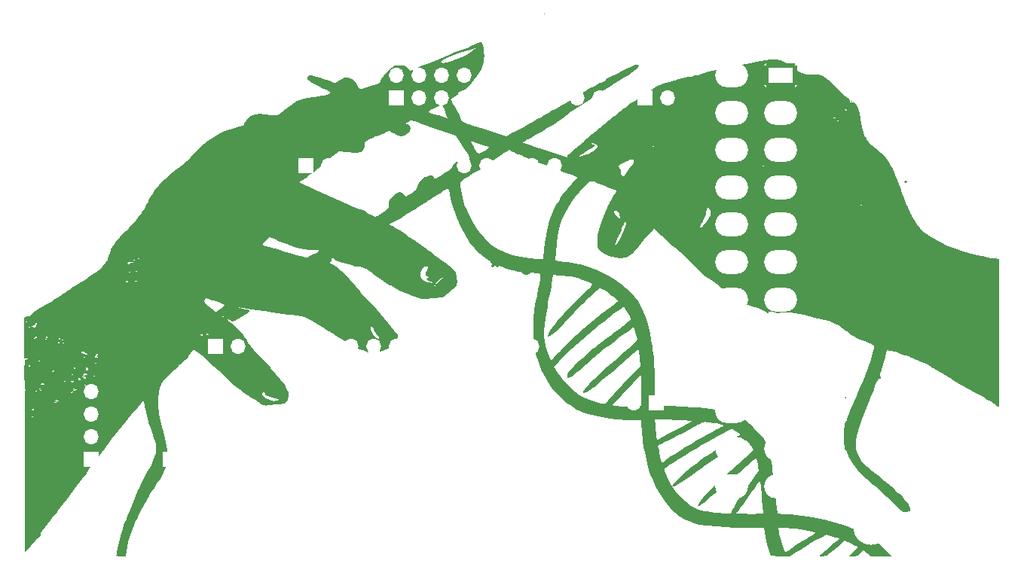
<source format=gbo>
%TF.GenerationSoftware,KiCad,Pcbnew,8.0.2-1*%
%TF.CreationDate,2024-11-16T15:05:08-05:00*%
%TF.ProjectId,Incubator-PowerBoard,496e6375-6261-4746-9f72-2d506f776572,v01a*%
%TF.SameCoordinates,Original*%
%TF.FileFunction,Legend,Bot*%
%TF.FilePolarity,Positive*%
%FSLAX46Y46*%
G04 Gerber Fmt 4.6, Leading zero omitted, Abs format (unit mm)*
G04 Created by KiCad (PCBNEW 8.0.2-1) date 2024-11-16 15:05:08*
%MOMM*%
%LPD*%
G01*
G04 APERTURE LIST*
G04 Aperture macros list*
%AMRoundRect*
0 Rectangle with rounded corners*
0 $1 Rounding radius*
0 $2 $3 $4 $5 $6 $7 $8 $9 X,Y pos of 4 corners*
0 Add a 4 corners polygon primitive as box body*
4,1,4,$2,$3,$4,$5,$6,$7,$8,$9,$2,$3,0*
0 Add four circle primitives for the rounded corners*
1,1,$1+$1,$2,$3*
1,1,$1+$1,$4,$5*
1,1,$1+$1,$6,$7*
1,1,$1+$1,$8,$9*
0 Add four rect primitives between the rounded corners*
20,1,$1+$1,$2,$3,$4,$5,0*
20,1,$1+$1,$4,$5,$6,$7,0*
20,1,$1+$1,$6,$7,$8,$9,0*
20,1,$1+$1,$8,$9,$2,$3,0*%
G04 Aperture macros list end*
%ADD10C,0.300000*%
%ADD11C,0.000000*%
%ADD12C,4.000000*%
%ADD13R,1.700000X1.700000*%
%ADD14O,1.700000X1.700000*%
%ADD15RoundRect,0.250001X-1.599999X1.099999X-1.599999X-1.099999X1.599999X-1.099999X1.599999X1.099999X0*%
%ADD16O,3.700000X2.700000*%
G04 APERTURE END LIST*
D10*
X161595427Y-48779757D02*
X161738285Y-48708328D01*
X161738285Y-48708328D02*
X161952570Y-48708328D01*
X161952570Y-48708328D02*
X162166856Y-48779757D01*
X162166856Y-48779757D02*
X162309713Y-48922614D01*
X162309713Y-48922614D02*
X162381142Y-49065471D01*
X162381142Y-49065471D02*
X162452570Y-49351185D01*
X162452570Y-49351185D02*
X162452570Y-49565471D01*
X162452570Y-49565471D02*
X162381142Y-49851185D01*
X162381142Y-49851185D02*
X162309713Y-49994042D01*
X162309713Y-49994042D02*
X162166856Y-50136900D01*
X162166856Y-50136900D02*
X161952570Y-50208328D01*
X161952570Y-50208328D02*
X161809713Y-50208328D01*
X161809713Y-50208328D02*
X161595427Y-50136900D01*
X161595427Y-50136900D02*
X161523999Y-50065471D01*
X161523999Y-50065471D02*
X161523999Y-49565471D01*
X161523999Y-49565471D02*
X161809713Y-49565471D01*
X160666856Y-48708328D02*
X160666856Y-49065471D01*
X161023999Y-48922614D02*
X160666856Y-49065471D01*
X160666856Y-49065471D02*
X160309713Y-48922614D01*
X160881142Y-49351185D02*
X160666856Y-49065471D01*
X160666856Y-49065471D02*
X160452570Y-49351185D01*
X159523999Y-48708328D02*
X159523999Y-49065471D01*
X159881142Y-48922614D02*
X159523999Y-49065471D01*
X159523999Y-49065471D02*
X159166856Y-48922614D01*
X159738285Y-49351185D02*
X159523999Y-49065471D01*
X159523999Y-49065471D02*
X159309713Y-49351185D01*
X158381142Y-48708328D02*
X158381142Y-49065471D01*
X158738285Y-48922614D02*
X158381142Y-49065471D01*
X158381142Y-49065471D02*
X158023999Y-48922614D01*
X158595428Y-49351185D02*
X158381142Y-49065471D01*
X158381142Y-49065471D02*
X158166856Y-49351185D01*
D11*
%TO.C,G\u002A\u002A\u002A*%
G36*
X163999333Y-21039666D02*
G01*
X163957000Y-21082000D01*
X163914667Y-21039666D01*
X163957000Y-20997333D01*
X163999333Y-21039666D01*
G37*
G36*
X109101085Y-64587584D02*
G01*
X109089837Y-64604820D01*
X109006181Y-64682795D01*
X108966000Y-64647996D01*
X108973568Y-64628953D01*
X109063749Y-64550248D01*
X109111064Y-64529647D01*
X109101085Y-64587584D01*
G37*
G36*
X204629364Y-39763104D02*
G01*
X204708069Y-39900138D01*
X204695812Y-40001713D01*
X204560875Y-40047333D01*
X204441116Y-40016541D01*
X204385333Y-39871791D01*
X204407434Y-39781270D01*
X204507329Y-39721564D01*
X204629364Y-39763104D01*
G37*
G36*
X198424918Y-30737896D02*
G01*
X198501000Y-30818666D01*
X198514230Y-30851463D01*
X198463664Y-30903333D01*
X198439088Y-30900079D01*
X198374000Y-30818666D01*
X198374971Y-30799505D01*
X198411337Y-30734000D01*
X198424918Y-30737896D01*
G37*
G36*
X197801571Y-64095126D02*
G01*
X197866000Y-64177333D01*
X197863540Y-64197570D01*
X197781333Y-64262000D01*
X197761096Y-64259539D01*
X197696667Y-64177333D01*
X197699127Y-64157095D01*
X197781333Y-64092666D01*
X197801571Y-64095126D01*
G37*
G36*
X157142453Y-25304411D02*
G01*
X157155355Y-25724303D01*
X157142314Y-26136249D01*
X157101028Y-26506542D01*
X157029193Y-26801473D01*
X156839326Y-27259763D01*
X156371223Y-28069662D01*
X155758173Y-28832056D01*
X155015111Y-29529561D01*
X154156973Y-30144790D01*
X153932687Y-30288945D01*
X153667567Y-30472634D01*
X153487561Y-30614355D01*
X153422795Y-30691666D01*
X153442930Y-30751235D01*
X153533592Y-30927494D01*
X153671243Y-31157333D01*
X153770468Y-31320905D01*
X153963971Y-31666945D01*
X154136336Y-32004000D01*
X154278344Y-32301673D01*
X154457158Y-32673017D01*
X154506114Y-32766000D01*
X154594784Y-32934410D01*
X154713688Y-33110838D01*
X154836333Y-33227284D01*
X154985184Y-33308736D01*
X155182707Y-33380178D01*
X155451364Y-33466596D01*
X155486080Y-33477941D01*
X155810729Y-33581965D01*
X156253954Y-33721533D01*
X156777744Y-33884789D01*
X157344087Y-34059879D01*
X157914970Y-34234947D01*
X159662273Y-34768367D01*
X160073970Y-34561970D01*
X160183941Y-34506320D01*
X160581876Y-34299327D01*
X161054130Y-34047351D01*
X161572720Y-33765941D01*
X162109661Y-33470649D01*
X162636969Y-33177024D01*
X163126659Y-32900617D01*
X163550749Y-32656978D01*
X163881253Y-32461659D01*
X164090188Y-32330209D01*
X164092890Y-32328375D01*
X164356431Y-32162611D01*
X164722849Y-31949225D01*
X165144029Y-31715538D01*
X165571854Y-31488873D01*
X165637914Y-31454692D01*
X166023194Y-31250697D01*
X166359974Y-31064945D01*
X166613996Y-30916717D01*
X166751000Y-30825292D01*
X166860882Y-30738828D01*
X167180873Y-30518606D01*
X167584573Y-30269225D01*
X168025218Y-30020233D01*
X168220163Y-29912681D01*
X168575822Y-29708979D01*
X168910000Y-29510232D01*
X169061781Y-29418265D01*
X169613938Y-29092786D01*
X170213355Y-28751287D01*
X170838510Y-28404992D01*
X171467878Y-28065126D01*
X172079935Y-27742912D01*
X172653158Y-27449576D01*
X173166022Y-27196341D01*
X173597004Y-26994433D01*
X173924579Y-26855077D01*
X174127225Y-26789495D01*
X174190463Y-26778775D01*
X174439164Y-26774146D01*
X174541492Y-26851216D01*
X174494320Y-27001968D01*
X174294519Y-27218384D01*
X174123267Y-27358621D01*
X173778933Y-27610901D01*
X173341388Y-27909462D01*
X172842550Y-28233238D01*
X172314337Y-28561165D01*
X171788667Y-28872179D01*
X171769746Y-28883087D01*
X171378139Y-29116776D01*
X170960224Y-29377797D01*
X170603333Y-29611668D01*
X169974151Y-30039235D01*
X169399238Y-30429159D01*
X168932129Y-30744847D01*
X168556072Y-30997500D01*
X168254316Y-31198323D01*
X168010107Y-31358518D01*
X167806694Y-31489287D01*
X167627325Y-31601833D01*
X167606604Y-31614649D01*
X167350600Y-31768639D01*
X167156404Y-31877840D01*
X167064632Y-31919333D01*
X167057805Y-31920554D01*
X166955602Y-31986512D01*
X166797966Y-32122104D01*
X166773971Y-32144319D01*
X166449772Y-32414161D01*
X166006689Y-32744138D01*
X165472455Y-33116224D01*
X164874804Y-33512394D01*
X164241469Y-33914624D01*
X163600185Y-34304888D01*
X162978685Y-34665163D01*
X162404702Y-34977421D01*
X162259869Y-35053040D01*
X161894473Y-35245945D01*
X161657091Y-35378906D01*
X161530733Y-35465526D01*
X161498406Y-35519411D01*
X161543118Y-35554165D01*
X161647877Y-35583394D01*
X161655129Y-35585153D01*
X161935537Y-35668450D01*
X162221333Y-35773965D01*
X162370065Y-35828558D01*
X162451606Y-35856333D01*
X162645233Y-35922288D01*
X162879901Y-36000085D01*
X163020300Y-36046630D01*
X163469183Y-36193254D01*
X163965800Y-36353829D01*
X164484068Y-36520024D01*
X164997905Y-36683507D01*
X165481229Y-36835948D01*
X165907958Y-36969016D01*
X166252009Y-37074379D01*
X166487300Y-37143706D01*
X166587748Y-37168666D01*
X166600977Y-37144241D01*
X166546159Y-37053024D01*
X167809333Y-37053024D01*
X167815126Y-37067707D01*
X167921185Y-37077683D01*
X168132584Y-37030710D01*
X168412408Y-36939739D01*
X168723743Y-36817722D01*
X168949444Y-36714355D01*
X190768977Y-36714355D01*
X190838667Y-36745333D01*
X190883489Y-36739223D01*
X190895111Y-36688888D01*
X190882702Y-36678755D01*
X190782222Y-36688888D01*
X190768977Y-36714355D01*
X168949444Y-36714355D01*
X169029674Y-36677611D01*
X169214083Y-36576000D01*
X191346667Y-36576000D01*
X191349127Y-36596237D01*
X191431333Y-36660666D01*
X191451571Y-36658206D01*
X191516000Y-36576000D01*
X191513540Y-36555762D01*
X191431333Y-36491333D01*
X191411096Y-36493793D01*
X191346667Y-36576000D01*
X169214083Y-36576000D01*
X169293285Y-36532359D01*
X169410294Y-36457220D01*
X169691318Y-36242845D01*
X191028759Y-36242845D01*
X191050333Y-36322000D01*
X191067728Y-36347063D01*
X191144994Y-36406666D01*
X191156575Y-36401154D01*
X191135000Y-36322000D01*
X191117605Y-36296936D01*
X191040340Y-36237333D01*
X191028759Y-36242845D01*
X169691318Y-36242845D01*
X169733415Y-36210732D01*
X169812456Y-36110333D01*
X176360667Y-36110333D01*
X176403000Y-36152666D01*
X176445333Y-36110333D01*
X176403000Y-36068000D01*
X176360667Y-36110333D01*
X169812456Y-36110333D01*
X169893104Y-36007892D01*
X169891686Y-35945996D01*
X176106667Y-35945996D01*
X176107491Y-35957832D01*
X176156501Y-35976478D01*
X176241752Y-35885584D01*
X176262352Y-35838269D01*
X176204415Y-35848248D01*
X176166804Y-35874384D01*
X176106667Y-35945996D01*
X169891686Y-35945996D01*
X169889453Y-35848526D01*
X169722558Y-35732460D01*
X169580069Y-35662407D01*
X169463561Y-35565222D01*
X169408706Y-35505618D01*
X169301410Y-35482613D01*
X169248667Y-35567926D01*
X169282209Y-35631355D01*
X169421462Y-35705706D01*
X169523927Y-35739761D01*
X169580759Y-35790420D01*
X169558366Y-35864961D01*
X169443433Y-35975829D01*
X169222644Y-36135471D01*
X168882683Y-36356332D01*
X168410233Y-36650857D01*
X168309529Y-36713503D01*
X168054073Y-36876935D01*
X167876126Y-36997614D01*
X167809333Y-37053024D01*
X166546159Y-37053024D01*
X166539333Y-37041666D01*
X166491333Y-36966007D01*
X166507800Y-36912674D01*
X166523491Y-36907625D01*
X166645233Y-36824347D01*
X166845407Y-36660129D01*
X167089667Y-36442711D01*
X167140342Y-36396405D01*
X167408047Y-36162806D01*
X167646543Y-35970934D01*
X167809333Y-35858535D01*
X167863638Y-35825152D01*
X168073392Y-35661373D01*
X168286609Y-35456923D01*
X168344280Y-35397681D01*
X168570574Y-35185556D01*
X168674745Y-35094333D01*
X189822667Y-35094333D01*
X189865000Y-35136666D01*
X189907333Y-35094333D01*
X189865000Y-35052000D01*
X189822667Y-35094333D01*
X168674745Y-35094333D01*
X168863871Y-34928714D01*
X168868349Y-34925000D01*
X188552667Y-34925000D01*
X188595000Y-34967333D01*
X188637333Y-34925000D01*
X188595000Y-34882666D01*
X188552667Y-34925000D01*
X168868349Y-34925000D01*
X169072494Y-34755666D01*
X189822667Y-34755666D01*
X189865000Y-34798000D01*
X189907333Y-34755666D01*
X189865000Y-34713333D01*
X189822667Y-34755666D01*
X169072494Y-34755666D01*
X169175609Y-34670134D01*
X169282321Y-34583995D01*
X169486709Y-34417000D01*
X177630667Y-34417000D01*
X177673000Y-34459333D01*
X177715333Y-34417000D01*
X177673000Y-34374666D01*
X177630667Y-34417000D01*
X169486709Y-34417000D01*
X169610572Y-34315798D01*
X169896434Y-34078333D01*
X190838667Y-34078333D01*
X190881000Y-34120666D01*
X190923333Y-34078333D01*
X190881000Y-34036000D01*
X190838667Y-34078333D01*
X169896434Y-34078333D01*
X169915395Y-34062582D01*
X170142225Y-33869541D01*
X170327894Y-33708143D01*
X170657571Y-33425967D01*
X170790560Y-33316333D01*
X191177333Y-33316333D01*
X191181544Y-33403406D01*
X191220034Y-33423912D01*
X191328838Y-33313112D01*
X191340497Y-33299730D01*
X191391889Y-33210486D01*
X191307672Y-33189333D01*
X196299667Y-33189333D01*
X196314174Y-33210486D01*
X196317044Y-33214671D01*
X196389330Y-33274000D01*
X196397780Y-33271798D01*
X196426667Y-33189333D01*
X196423221Y-33166127D01*
X196337003Y-33104666D01*
X196306380Y-33111314D01*
X196299667Y-33189333D01*
X191307672Y-33189333D01*
X191245370Y-33204883D01*
X191177333Y-33316333D01*
X170790560Y-33316333D01*
X170947975Y-33186563D01*
X171159094Y-33020000D01*
X196807667Y-33020000D01*
X196824969Y-33042880D01*
X196944660Y-33104666D01*
X196973130Y-33098143D01*
X196977000Y-33020000D01*
X196959698Y-32997119D01*
X196840007Y-32935333D01*
X196811537Y-32941856D01*
X196807667Y-33020000D01*
X171159094Y-33020000D01*
X171257667Y-32942230D01*
X171347657Y-32873272D01*
X192826739Y-32873272D01*
X192873324Y-32935333D01*
X192911025Y-32921026D01*
X192955333Y-32808333D01*
X192951656Y-32750470D01*
X192922059Y-32681333D01*
X192900144Y-32696931D01*
X192840049Y-32808333D01*
X192826739Y-32873272D01*
X171347657Y-32873272D01*
X171645207Y-32645265D01*
X171655527Y-32637298D01*
X191449423Y-32637298D01*
X191459556Y-32737777D01*
X191485022Y-32751023D01*
X191516000Y-32681333D01*
X191515681Y-32678993D01*
X196426667Y-32678993D01*
X196446192Y-32747677D01*
X196531022Y-32808333D01*
X196539029Y-32814058D01*
X196631997Y-32776252D01*
X196638723Y-32730876D01*
X196553181Y-32650529D01*
X196488892Y-32636615D01*
X196426667Y-32678993D01*
X191515681Y-32678993D01*
X191509890Y-32636511D01*
X191459556Y-32624888D01*
X191449423Y-32637298D01*
X171655527Y-32637298D01*
X171817795Y-32512030D01*
X171975725Y-32385000D01*
X181525333Y-32385000D01*
X181567667Y-32427333D01*
X181610000Y-32385000D01*
X181567667Y-32342666D01*
X181525333Y-32385000D01*
X171975725Y-32385000D01*
X172081264Y-32300110D01*
X172274387Y-32133674D01*
X172364299Y-32040367D01*
X172423940Y-31983564D01*
X172606757Y-31842418D01*
X172676019Y-31792333D01*
X188552667Y-31792333D01*
X188595000Y-31834666D01*
X188637333Y-31792333D01*
X188615360Y-31770360D01*
X197620698Y-31770360D01*
X197636158Y-31792333D01*
X197713600Y-31902400D01*
X197770367Y-31951138D01*
X197880276Y-32004000D01*
X197908818Y-31994469D01*
X197909851Y-31912488D01*
X197840078Y-31798616D01*
X197732454Y-31716870D01*
X197644224Y-31703498D01*
X197620698Y-31770360D01*
X188615360Y-31770360D01*
X188595000Y-31750000D01*
X188552667Y-31792333D01*
X172676019Y-31792333D01*
X172887235Y-31639599D01*
X173241091Y-31392592D01*
X173402975Y-31282631D01*
X189163423Y-31282631D01*
X189173556Y-31383111D01*
X189199022Y-31396356D01*
X189230000Y-31326666D01*
X189223890Y-31281844D01*
X189173556Y-31270222D01*
X189163423Y-31282631D01*
X173402975Y-31282631D01*
X173644043Y-31118884D01*
X173954164Y-30910241D01*
X174348388Y-30642973D01*
X174686941Y-30411146D01*
X174941408Y-30234248D01*
X175083376Y-30131766D01*
X175479637Y-29849566D01*
X175486997Y-29845000D01*
X195580000Y-29845000D01*
X195622333Y-29887333D01*
X195664667Y-29845000D01*
X195622333Y-29802666D01*
X195580000Y-29845000D01*
X175486997Y-29845000D01*
X175994542Y-29530142D01*
X176536871Y-29233774D01*
X176675302Y-29167666D01*
X196257333Y-29167666D01*
X196299667Y-29210000D01*
X196342000Y-29167666D01*
X196299667Y-29125333D01*
X196257333Y-29167666D01*
X176675302Y-29167666D01*
X177066483Y-28980856D01*
X177543240Y-28791784D01*
X177927000Y-28686951D01*
X178229745Y-28624054D01*
X178422606Y-28575000D01*
X195580000Y-28575000D01*
X195622333Y-28617333D01*
X195664667Y-28575000D01*
X195622333Y-28532666D01*
X195580000Y-28575000D01*
X178422606Y-28575000D01*
X178643409Y-28518839D01*
X178738922Y-28490333D01*
X179239333Y-28490333D01*
X179281667Y-28532666D01*
X179324000Y-28490333D01*
X182880000Y-28490333D01*
X182922333Y-28532666D01*
X182964667Y-28490333D01*
X182922333Y-28448000D01*
X182880000Y-28490333D01*
X179324000Y-28490333D01*
X179281667Y-28448000D01*
X179239333Y-28490333D01*
X178738922Y-28490333D01*
X179032289Y-28402777D01*
X179372728Y-28300637D01*
X179729182Y-28210989D01*
X180005956Y-28159082D01*
X180099686Y-28145474D01*
X180448665Y-28076023D01*
X180784500Y-27987647D01*
X180951501Y-27940420D01*
X181130965Y-27915032D01*
X181186667Y-27960232D01*
X181210432Y-27989236D01*
X181292500Y-27914784D01*
X181338491Y-27875612D01*
X181549632Y-27779312D01*
X181900460Y-27669077D01*
X182372000Y-27551298D01*
X183257340Y-27351847D01*
X184453989Y-27088300D01*
X185551233Y-26854008D01*
X186539833Y-26650763D01*
X187410546Y-26480357D01*
X188154132Y-26344584D01*
X188761349Y-26245235D01*
X189222956Y-26184103D01*
X189529712Y-26162981D01*
X189571566Y-26163315D01*
X189989710Y-26201375D01*
X190437850Y-26291104D01*
X190849554Y-26416279D01*
X191158386Y-26560679D01*
X191277887Y-26643386D01*
X191517774Y-26828183D01*
X191770000Y-27038667D01*
X191987884Y-27207505D01*
X192338387Y-27435487D01*
X192686931Y-27624302D01*
X192903448Y-27722281D01*
X193170925Y-27815186D01*
X193415882Y-27847026D01*
X193713640Y-27833122D01*
X193873354Y-27820900D01*
X194357442Y-27821447D01*
X194792557Y-27895513D01*
X195207328Y-28056541D01*
X195630382Y-28317974D01*
X195841637Y-28490333D01*
X195945410Y-28575000D01*
X196090350Y-28693254D01*
X196586419Y-29167666D01*
X196615861Y-29195823D01*
X196903320Y-29484150D01*
X197225609Y-29804014D01*
X197268167Y-29845000D01*
X197466240Y-30035757D01*
X197646863Y-30198626D01*
X197789131Y-30311867D01*
X197914694Y-30394730D01*
X198045205Y-30466461D01*
X198208479Y-30599704D01*
X198241025Y-30792615D01*
X198236228Y-30907338D01*
X198291946Y-30977997D01*
X198464308Y-30969111D01*
X198665939Y-30975492D01*
X198882553Y-31115588D01*
X198920145Y-31160257D01*
X199016725Y-31326666D01*
X199074612Y-31426405D01*
X199223367Y-31795156D01*
X199258140Y-31912488D01*
X199347492Y-32213979D01*
X199380589Y-32385000D01*
X199428068Y-32630339D01*
X199442215Y-32730876D01*
X199482899Y-33020000D01*
X199506726Y-33189333D01*
X199507520Y-33194976D01*
X199618514Y-33828427D01*
X199680955Y-34078333D01*
X199747239Y-34343618D01*
X199774916Y-34417000D01*
X199902646Y-34755666D01*
X199907963Y-34769763D01*
X199995684Y-34925000D01*
X200091370Y-35094333D01*
X200114958Y-35136075D01*
X200382495Y-35471768D01*
X200724844Y-35806055D01*
X200763227Y-35838269D01*
X200965331Y-36007892D01*
X201087389Y-36110333D01*
X201156276Y-36168149D01*
X201440840Y-36401154D01*
X201457294Y-36414627D01*
X201640038Y-36576000D01*
X201767877Y-36688888D01*
X201869078Y-36778254D01*
X202204134Y-37117560D01*
X202504441Y-37473181D01*
X202602750Y-37618978D01*
X202602893Y-37619190D01*
X202772947Y-37917738D01*
X202867480Y-38100000D01*
X202970404Y-38298441D01*
X203174764Y-38718827D01*
X203365526Y-39136421D01*
X203465751Y-39374615D01*
X203522190Y-39508747D01*
X203609074Y-39751000D01*
X203624257Y-39793333D01*
X203659993Y-39907453D01*
X203739717Y-40131479D01*
X203799056Y-40259000D01*
X203851624Y-40373760D01*
X203935113Y-40602752D01*
X204030153Y-40894000D01*
X204212632Y-41430222D01*
X204274734Y-41612712D01*
X204648414Y-42547329D01*
X204678394Y-42622312D01*
X204953171Y-43222333D01*
X204991944Y-43307000D01*
X205063028Y-43462222D01*
X205166422Y-43688000D01*
X205214354Y-43785598D01*
X205498843Y-44311405D01*
X205786317Y-44737211D01*
X205794144Y-44746333D01*
X206113616Y-45118663D01*
X206651885Y-45615346D01*
X207413528Y-46168919D01*
X208297143Y-46682990D01*
X209277524Y-47143111D01*
X210329460Y-47534834D01*
X210729691Y-47659281D01*
X211290715Y-47819889D01*
X211905360Y-47984348D01*
X212537662Y-48143891D01*
X213151658Y-48289749D01*
X213711383Y-48413153D01*
X214180874Y-48505337D01*
X214524167Y-48557531D01*
X215053333Y-48615292D01*
X215053333Y-56950853D01*
X215053305Y-57359747D01*
X215052702Y-58733368D01*
X215051234Y-59948284D01*
X215048794Y-61012818D01*
X215045276Y-61935296D01*
X215040573Y-62724041D01*
X215034578Y-63387379D01*
X215027185Y-63933633D01*
X215018287Y-64371128D01*
X215007779Y-64708189D01*
X214995552Y-64953140D01*
X214981501Y-65114305D01*
X214965519Y-65200009D01*
X214947500Y-65218577D01*
X214874354Y-65170935D01*
X214678895Y-65042623D01*
X214402542Y-64860684D01*
X214079667Y-64647728D01*
X213704865Y-64410887D01*
X213234098Y-64129467D01*
X212732134Y-63841688D01*
X212259333Y-63582861D01*
X211652559Y-63257318D01*
X210847885Y-62811260D01*
X210147831Y-62402661D01*
X209521899Y-62013542D01*
X208939595Y-61625928D01*
X208928618Y-61618424D01*
X208752683Y-61511932D01*
X208641331Y-61468000D01*
X208555367Y-61432766D01*
X208366375Y-61325623D01*
X208122513Y-61171666D01*
X207902040Y-61032127D01*
X207703768Y-60918809D01*
X207600078Y-60875333D01*
X207534165Y-60844454D01*
X207416968Y-60722523D01*
X207402543Y-60705725D01*
X207244715Y-60593042D01*
X206979937Y-60451810D01*
X206653218Y-60302832D01*
X206309569Y-60166910D01*
X205994000Y-60064848D01*
X205979744Y-60060720D01*
X205787094Y-59988878D01*
X205505266Y-59867890D01*
X205189961Y-59721540D01*
X205136873Y-59696201D01*
X204841377Y-59564165D01*
X204601536Y-59471171D01*
X204465031Y-59436000D01*
X204403688Y-59426428D01*
X204203687Y-59359805D01*
X203956736Y-59250577D01*
X203831926Y-59191147D01*
X203601672Y-59092725D01*
X203454000Y-59044818D01*
X203428994Y-59040835D01*
X203240487Y-59011190D01*
X202992534Y-58972527D01*
X202935298Y-58962609D01*
X202699938Y-58901188D01*
X202549036Y-58830084D01*
X202511189Y-58800312D01*
X202461561Y-58783804D01*
X202419010Y-58830439D01*
X202372919Y-58965831D01*
X202312670Y-59215592D01*
X202227645Y-59605333D01*
X202209124Y-59687782D01*
X202102629Y-60101192D01*
X201966660Y-60566313D01*
X201825984Y-60997314D01*
X201775450Y-61144671D01*
X201668826Y-61494901D01*
X201631382Y-61705721D01*
X201660943Y-61787536D01*
X201704979Y-61815557D01*
X201760667Y-61949780D01*
X201744479Y-62012881D01*
X201639857Y-62032424D01*
X201557312Y-62018672D01*
X201465630Y-62068179D01*
X201367921Y-62211133D01*
X201249373Y-62470265D01*
X201095174Y-62868306D01*
X201084031Y-62898114D01*
X200927861Y-63300360D01*
X200759213Y-63712706D01*
X200612708Y-64050333D01*
X200511578Y-64281233D01*
X200353480Y-64659522D01*
X200177198Y-65094907D01*
X200005432Y-65532000D01*
X199695806Y-66352037D01*
X199404636Y-67178264D01*
X199184250Y-67885841D01*
X199031843Y-68492317D01*
X198944606Y-69015242D01*
X198919733Y-69472167D01*
X198954417Y-69880643D01*
X199045850Y-70258219D01*
X199191226Y-70622445D01*
X199351322Y-70924038D01*
X199571240Y-71271219D01*
X199780401Y-71542589D01*
X199976115Y-71742709D01*
X200240121Y-71988337D01*
X200535479Y-72247094D01*
X200831194Y-72493209D01*
X201096273Y-72700912D01*
X201299721Y-72844433D01*
X201410543Y-72898000D01*
X201483055Y-72926696D01*
X201608017Y-73046166D01*
X201703828Y-73156148D01*
X201912344Y-73359371D01*
X202176543Y-73594846D01*
X202460670Y-73832865D01*
X202728972Y-74043720D01*
X202945693Y-74197704D01*
X203075078Y-74265108D01*
X203171640Y-74309342D01*
X203270906Y-74455406D01*
X203316898Y-74562071D01*
X203475371Y-74759008D01*
X203688531Y-74943746D01*
X203898500Y-75060485D01*
X203977758Y-75099807D01*
X204046667Y-75190397D01*
X204061782Y-75227586D01*
X204162168Y-75378209D01*
X204335935Y-75606584D01*
X204558700Y-75879877D01*
X204579859Y-75905126D01*
X204823633Y-76208802D01*
X204969746Y-76427620D01*
X205037335Y-76595664D01*
X205045533Y-76747019D01*
X205032330Y-76848887D01*
X204982781Y-76956577D01*
X204858487Y-77006773D01*
X204612182Y-77030383D01*
X204580676Y-77032637D01*
X204468683Y-77042623D01*
X204374870Y-77044656D01*
X204283542Y-77026694D01*
X204179008Y-76976697D01*
X204045574Y-76882622D01*
X203867548Y-76732430D01*
X203629237Y-76514080D01*
X203314949Y-76215530D01*
X202908990Y-75824739D01*
X202395667Y-75329666D01*
X202266564Y-75206371D01*
X201822941Y-74794912D01*
X201353265Y-74374422D01*
X200906084Y-73987872D01*
X200529945Y-73678234D01*
X200511376Y-73663512D01*
X199724806Y-72991562D01*
X199081252Y-72331235D01*
X198559536Y-71655165D01*
X198138484Y-70935986D01*
X197796920Y-70146333D01*
X197786203Y-70117256D01*
X197694095Y-69844266D01*
X197633567Y-69593420D01*
X197598275Y-69316876D01*
X197581877Y-68966794D01*
X197578029Y-68495333D01*
X197580982Y-68109089D01*
X197595303Y-67734218D01*
X197626127Y-67454412D01*
X197678490Y-67228089D01*
X197757426Y-67013666D01*
X197759854Y-67007909D01*
X197881443Y-66707617D01*
X198027638Y-66329987D01*
X198167332Y-65955333D01*
X198207322Y-65847945D01*
X198370057Y-65437772D01*
X198562462Y-64981108D01*
X198750957Y-64558333D01*
X198905267Y-64223191D01*
X199229285Y-63505262D01*
X199486554Y-62911030D01*
X199685096Y-62421664D01*
X199832933Y-62018333D01*
X199920557Y-61774861D01*
X200014158Y-61543210D01*
X200077693Y-61418789D01*
X200120092Y-61334601D01*
X200207963Y-61109381D01*
X200323489Y-60784060D01*
X200455377Y-60393482D01*
X200592335Y-59972486D01*
X200723070Y-59555917D01*
X200836289Y-59178614D01*
X200920699Y-58875420D01*
X200965006Y-58681176D01*
X200976245Y-58608811D01*
X200984772Y-58456395D01*
X200935160Y-58348423D01*
X200797064Y-58243368D01*
X200540141Y-58099703D01*
X200310549Y-57986789D01*
X199988975Y-57857866D01*
X199729277Y-57785103D01*
X199687784Y-57777286D01*
X199415506Y-57694604D01*
X199201993Y-57584107D01*
X199036438Y-57471561D01*
X198797333Y-57333776D01*
X198746145Y-57308029D01*
X198414856Y-57128477D01*
X198209648Y-56985690D01*
X198101473Y-56859886D01*
X198050521Y-56791591D01*
X197937477Y-56726666D01*
X197898016Y-56716139D01*
X197742460Y-56629736D01*
X197539517Y-56484625D01*
X197447928Y-56415041D01*
X196955487Y-56095727D01*
X196405002Y-55810185D01*
X195856082Y-55586719D01*
X195368333Y-55453634D01*
X195132767Y-55406202D01*
X194720839Y-55311230D01*
X194256047Y-55194296D01*
X193801002Y-55070698D01*
X193683857Y-55037604D01*
X193058572Y-54868812D01*
X192545030Y-54749315D01*
X192101997Y-54673350D01*
X191688241Y-54635155D01*
X191262527Y-54628967D01*
X190783622Y-54649025D01*
X190603181Y-54658980D01*
X190168318Y-54671300D01*
X189896290Y-54656876D01*
X189783792Y-54615595D01*
X189765876Y-54597609D01*
X189617458Y-54546057D01*
X189389340Y-54525333D01*
X189331499Y-54526091D01*
X189137870Y-54553145D01*
X189108606Y-54619070D01*
X189121159Y-54656904D01*
X189059669Y-54676481D01*
X188920549Y-54634732D01*
X188749344Y-54548060D01*
X188591604Y-54432871D01*
X188508322Y-54377687D01*
X188273483Y-54266633D01*
X187947958Y-54139736D01*
X187575604Y-54015031D01*
X187249136Y-53914185D01*
X186796132Y-53771529D01*
X186449364Y-53653886D01*
X186173754Y-53545353D01*
X185934224Y-53430028D01*
X185695696Y-53292010D01*
X185423092Y-53115396D01*
X185081333Y-52884283D01*
X185043646Y-52858061D01*
X184791396Y-52659636D01*
X184579742Y-52461130D01*
X184557239Y-52437442D01*
X184393998Y-52296778D01*
X184272609Y-52239333D01*
X184192375Y-52213464D01*
X184054534Y-52099158D01*
X184039236Y-52081459D01*
X183865947Y-51913701D01*
X183601071Y-51686243D01*
X183285750Y-51431604D01*
X182961128Y-51182304D01*
X182668348Y-50970863D01*
X182448552Y-50829798D01*
X182408431Y-50806740D01*
X182238628Y-50696446D01*
X182042137Y-50546719D01*
X181803812Y-50343818D01*
X181508509Y-50074002D01*
X181141082Y-49723532D01*
X180686386Y-49278667D01*
X180129277Y-48725666D01*
X179970871Y-48567933D01*
X179535853Y-48138317D01*
X179200494Y-47814323D01*
X178951121Y-47583594D01*
X178774062Y-47433775D01*
X178655645Y-47352507D01*
X178582199Y-47327435D01*
X178505492Y-47276553D01*
X178331353Y-47130256D01*
X178087344Y-46911637D01*
X177800000Y-46643885D01*
X177498543Y-46357795D01*
X177088750Y-45968667D01*
X176778695Y-45676117D01*
X176553305Y-45468381D01*
X176397509Y-45333694D01*
X176296234Y-45260292D01*
X176234410Y-45236413D01*
X176196963Y-45250292D01*
X176168821Y-45290166D01*
X176134914Y-45344270D01*
X176111374Y-45376157D01*
X175804013Y-45733786D01*
X175400012Y-46101000D01*
X175307789Y-46182304D01*
X175154060Y-46345876D01*
X175092497Y-46456626D01*
X175081321Y-46505922D01*
X174980165Y-46625959D01*
X174931977Y-46665196D01*
X174788327Y-46820043D01*
X174620376Y-47032333D01*
X174539113Y-47138573D01*
X174521468Y-47159333D01*
X174360798Y-47348369D01*
X174222878Y-47481634D01*
X174135690Y-47564280D01*
X174074667Y-47683450D01*
X174074586Y-47686689D01*
X174000933Y-47819143D01*
X173815617Y-47994307D01*
X173557331Y-48180520D01*
X173491708Y-48217666D01*
X173264769Y-48346124D01*
X173047244Y-48432660D01*
X172515486Y-48515632D01*
X171897590Y-48456134D01*
X171191039Y-48254054D01*
X171099779Y-48217666D01*
X171534667Y-48217666D01*
X171577000Y-48260000D01*
X171619333Y-48217666D01*
X171577000Y-48175333D01*
X171534667Y-48217666D01*
X171099779Y-48217666D01*
X170828942Y-48109676D01*
X170396512Y-47873029D01*
X170102639Y-47595033D01*
X169928686Y-47247193D01*
X169907204Y-47115298D01*
X173161423Y-47115298D01*
X173171556Y-47215777D01*
X173197022Y-47229023D01*
X173228000Y-47159333D01*
X173221890Y-47114511D01*
X173171556Y-47102888D01*
X173161423Y-47115298D01*
X169907204Y-47115298D01*
X169880370Y-46950539D01*
X171873333Y-46950539D01*
X171879716Y-46984712D01*
X171949091Y-46989930D01*
X172068275Y-46889053D01*
X172203989Y-46706629D01*
X172341861Y-46464485D01*
X172517366Y-46119979D01*
X172698306Y-45735926D01*
X172868025Y-45350311D01*
X172952286Y-45142883D01*
X181375295Y-45142883D01*
X181424435Y-45143353D01*
X181554772Y-45044411D01*
X181737610Y-44866041D01*
X181846981Y-44746333D01*
X200998667Y-44746333D01*
X201041000Y-44788666D01*
X201083333Y-44746333D01*
X201041000Y-44704000D01*
X200998667Y-44746333D01*
X181846981Y-44746333D01*
X181945785Y-44638191D01*
X182152137Y-44390806D01*
X182329503Y-44153832D01*
X182450722Y-43957216D01*
X182561079Y-43669451D01*
X182587128Y-43487688D01*
X200336310Y-43487688D01*
X200406000Y-43518666D01*
X200450822Y-43512556D01*
X200462445Y-43462222D01*
X200450035Y-43452089D01*
X200349556Y-43462222D01*
X200336310Y-43487688D01*
X182587128Y-43487688D01*
X182608253Y-43340287D01*
X182603038Y-43307000D01*
X200236667Y-43307000D01*
X200269954Y-43340287D01*
X200279000Y-43349333D01*
X200321333Y-43307000D01*
X200279000Y-43264666D01*
X200236667Y-43307000D01*
X182603038Y-43307000D01*
X182589775Y-43222333D01*
X200490667Y-43222333D01*
X200533000Y-43264666D01*
X200575333Y-43222333D01*
X200533000Y-43180000D01*
X200490667Y-43222333D01*
X182589775Y-43222333D01*
X182565344Y-43066376D01*
X182433090Y-42892241D01*
X182392352Y-42870783D01*
X182247036Y-42877296D01*
X182153391Y-43034271D01*
X182119297Y-43330701D01*
X182116209Y-43373913D01*
X182053090Y-43619110D01*
X181920680Y-43955335D01*
X181824646Y-44154550D01*
X181734963Y-44340589D01*
X181633630Y-44538462D01*
X181621343Y-44563969D01*
X181493728Y-44828883D01*
X181402242Y-45042345D01*
X181375295Y-45142883D01*
X172952286Y-45142883D01*
X173009872Y-45001123D01*
X173107193Y-44726347D01*
X173143333Y-44563969D01*
X173132185Y-44435097D01*
X173076501Y-44382240D01*
X172975413Y-44488640D01*
X172830454Y-44752432D01*
X172643155Y-45171756D01*
X172564217Y-45358987D01*
X172422607Y-45688882D01*
X172306872Y-45951005D01*
X172236428Y-46101000D01*
X172190331Y-46193348D01*
X172087807Y-46415281D01*
X171984727Y-46653062D01*
X171905200Y-46850283D01*
X171873333Y-46950539D01*
X169880370Y-46950539D01*
X169856017Y-46801014D01*
X169865996Y-46228000D01*
X169913974Y-45866898D01*
X170038476Y-45316340D01*
X170220930Y-44694527D01*
X170446592Y-44043388D01*
X170700718Y-43404856D01*
X170784957Y-43221187D01*
X171728673Y-43221187D01*
X171729703Y-43344544D01*
X171864667Y-43539189D01*
X171882129Y-43559880D01*
X172058014Y-43763902D01*
X172252426Y-43984333D01*
X172327357Y-44067718D01*
X172429597Y-44170226D01*
X172455908Y-44154550D01*
X172431581Y-44026666D01*
X172401936Y-43866493D01*
X172382490Y-43671554D01*
X172382192Y-43661379D01*
X172317820Y-43471539D01*
X172175208Y-43288835D01*
X172003519Y-43162397D01*
X171851919Y-43141355D01*
X171728673Y-43221187D01*
X170784957Y-43221187D01*
X170968566Y-42820860D01*
X171110203Y-42562072D01*
X199402416Y-42562072D01*
X199422874Y-42634700D01*
X199549658Y-42593313D01*
X199602168Y-42547329D01*
X199574223Y-42469535D01*
X199536348Y-42455786D01*
X199429706Y-42506918D01*
X199402416Y-42562072D01*
X171110203Y-42562072D01*
X171235393Y-42333333D01*
X171260258Y-42292161D01*
X171424362Y-41997019D01*
X171573264Y-41698333D01*
X171603784Y-41634230D01*
X171700472Y-41455688D01*
X200336310Y-41455688D01*
X200406000Y-41486666D01*
X200450822Y-41480556D01*
X200462445Y-41430222D01*
X200450035Y-41420089D01*
X200349556Y-41430222D01*
X200336310Y-41455688D01*
X171700472Y-41455688D01*
X171748242Y-41367478D01*
X171885837Y-41157748D01*
X171995833Y-41000756D01*
X172042667Y-40902618D01*
X172010017Y-40874591D01*
X171853795Y-40813778D01*
X171612086Y-40747124D01*
X171586523Y-40740803D01*
X171283589Y-40645124D01*
X170913060Y-40502299D01*
X170549274Y-40340752D01*
X170263145Y-40204819D01*
X169848994Y-40019154D01*
X169544822Y-39903990D01*
X169325888Y-39852258D01*
X169167454Y-39856888D01*
X169044781Y-39910809D01*
X168716395Y-40170633D01*
X168297918Y-40578958D01*
X167849583Y-41081786D01*
X167395449Y-41648909D01*
X166959570Y-42250123D01*
X166566004Y-42855221D01*
X166238808Y-43434000D01*
X166007080Y-43917070D01*
X165755934Y-44558674D01*
X165560061Y-45235176D01*
X165411787Y-45979737D01*
X165303442Y-46825517D01*
X165227352Y-47805676D01*
X165171668Y-48748353D01*
X165726394Y-48844954D01*
X165739576Y-48847240D01*
X166114074Y-48907168D01*
X166559300Y-48971579D01*
X166981727Y-49026915D01*
X167322226Y-49074507D01*
X167926597Y-49193995D01*
X168534185Y-49365030D01*
X169178757Y-49599158D01*
X169894081Y-49907923D01*
X170713925Y-50302869D01*
X171239855Y-50585570D01*
X171904621Y-50994374D01*
X172547412Y-51442359D01*
X173141509Y-51908308D01*
X173660197Y-52371006D01*
X174076759Y-52809237D01*
X174364480Y-53201786D01*
X174425530Y-53306488D01*
X174455413Y-53357739D01*
X174907018Y-54215363D01*
X175277497Y-55086514D01*
X175579708Y-56009488D01*
X175826511Y-57022580D01*
X176030765Y-58164087D01*
X176047029Y-58270379D01*
X176118481Y-58755805D01*
X176175324Y-59188951D01*
X176219796Y-59601476D01*
X176254140Y-60025039D01*
X176280596Y-60491297D01*
X176286624Y-60647909D01*
X176301405Y-61031910D01*
X176318808Y-61678536D01*
X176335046Y-62462833D01*
X176361197Y-63839873D01*
X176385293Y-65108666D01*
X177367813Y-65107529D01*
X177729518Y-65111530D01*
X178329269Y-65130990D01*
X179008272Y-65164530D01*
X179738920Y-65209835D01*
X180493608Y-65264591D01*
X181244730Y-65326483D01*
X181964682Y-65393197D01*
X182625857Y-65462418D01*
X183200649Y-65531832D01*
X183661455Y-65599124D01*
X183980667Y-65661980D01*
X184160430Y-65708550D01*
X184662180Y-65854294D01*
X185123695Y-66009774D01*
X185503137Y-66160195D01*
X185758667Y-66290760D01*
X185957700Y-66410590D01*
X186210135Y-66547920D01*
X186275459Y-66583061D01*
X186619813Y-66818268D01*
X186650921Y-66844333D01*
X187020861Y-67154301D01*
X187229343Y-67352024D01*
X187447392Y-67558820D01*
X187868198Y-67999488D01*
X188252067Y-68443966D01*
X188567789Y-68859916D01*
X188784156Y-69215000D01*
X188969596Y-69665771D01*
X189157602Y-70286886D01*
X189335408Y-71041487D01*
X189499571Y-71911231D01*
X189578164Y-72427727D01*
X189646646Y-72877778D01*
X189773189Y-73922788D01*
X189875757Y-75027921D01*
X189879462Y-75073869D01*
X189920599Y-75527759D01*
X189972678Y-76035761D01*
X190025355Y-76496327D01*
X190113584Y-77214254D01*
X190119000Y-77258322D01*
X190796333Y-77280959D01*
X191644249Y-77330117D01*
X192866119Y-77462570D01*
X194127638Y-77662567D01*
X195387343Y-77921332D01*
X196603769Y-78230089D01*
X197735452Y-78580062D01*
X198740927Y-78962475D01*
X199034126Y-79092930D01*
X199521113Y-79343964D01*
X199883953Y-79531002D01*
X200701341Y-80036905D01*
X201452643Y-80586715D01*
X202104212Y-81156508D01*
X202622403Y-81722360D01*
X202875562Y-82042000D01*
X201754308Y-82042000D01*
X200633054Y-82042000D01*
X200199860Y-81714935D01*
X199766667Y-81387871D01*
X199398111Y-81714935D01*
X199239582Y-81850273D01*
X199045177Y-81976260D01*
X198842082Y-82029415D01*
X198553611Y-82039184D01*
X198077667Y-82036369D01*
X198628000Y-81538675D01*
X198740620Y-81435142D01*
X198956367Y-81225183D01*
X199096879Y-81071241D01*
X199136000Y-81000999D01*
X199106336Y-80981745D01*
X198952326Y-80897303D01*
X198701219Y-80766571D01*
X198389089Y-80608508D01*
X197684512Y-80255998D01*
X196963389Y-80873832D01*
X196778668Y-81031869D01*
X196364139Y-81382788D01*
X196047131Y-81641316D01*
X195806003Y-81821504D01*
X195619113Y-81937404D01*
X195464821Y-82003066D01*
X195321485Y-82032541D01*
X195167467Y-82039879D01*
X195078299Y-82039923D01*
X194903540Y-82028779D01*
X194858521Y-81988018D01*
X194913467Y-81901408D01*
X194913923Y-81900857D01*
X195023213Y-81792726D01*
X195232984Y-81603720D01*
X195513244Y-81360310D01*
X195834000Y-81088967D01*
X196154755Y-80820875D01*
X196459371Y-80565952D01*
X196702348Y-80362277D01*
X196849503Y-80238480D01*
X197060672Y-80059843D01*
X196330186Y-79827131D01*
X195599700Y-79594419D01*
X194849017Y-79995660D01*
X194659355Y-80097723D01*
X194317325Y-80285056D01*
X194029763Y-80446563D01*
X193844333Y-80555676D01*
X193842274Y-80556963D01*
X193482439Y-80782617D01*
X193130468Y-81005104D01*
X192736361Y-81256159D01*
X192250116Y-81567517D01*
X191502566Y-82046958D01*
X190433567Y-82023312D01*
X189364569Y-81999666D01*
X189121543Y-81237666D01*
X188975891Y-80755414D01*
X188859245Y-80291824D01*
X188766255Y-79806931D01*
X188680721Y-79226833D01*
X188626958Y-78824666D01*
X186621312Y-78824374D01*
X186610937Y-78824371D01*
X185475000Y-78808366D01*
X185198426Y-78797341D01*
X190219475Y-78797341D01*
X190273343Y-79255676D01*
X190310658Y-79471507D01*
X190401628Y-79848220D01*
X190524641Y-80279779D01*
X190662788Y-80711086D01*
X190799160Y-81087041D01*
X190916847Y-81352546D01*
X190992965Y-81467650D01*
X191074479Y-81530333D01*
X191080502Y-81528986D01*
X191189767Y-81467458D01*
X191390055Y-81332977D01*
X191643000Y-81151132D01*
X191729812Y-81088625D01*
X192032981Y-80882229D01*
X192424481Y-80626829D01*
X192863191Y-80348995D01*
X193307990Y-80075298D01*
X193689326Y-79842480D01*
X194009637Y-79639548D01*
X194213158Y-79497289D01*
X194316052Y-79402996D01*
X194334479Y-79343964D01*
X194284599Y-79307486D01*
X194265144Y-79300532D01*
X194013029Y-79233978D01*
X193634780Y-79158893D01*
X193168505Y-79080880D01*
X192652307Y-79005544D01*
X192124293Y-78938489D01*
X191622568Y-78885321D01*
X191185237Y-78851642D01*
X190219475Y-78797341D01*
X185198426Y-78797341D01*
X184339581Y-78763105D01*
X183246636Y-78691338D01*
X182238124Y-78595813D01*
X181356000Y-78479282D01*
X180982922Y-78397052D01*
X180373689Y-78187064D01*
X179742317Y-77892186D01*
X179144020Y-77535965D01*
X178635739Y-77142909D01*
X178019684Y-76537504D01*
X177429679Y-75823875D01*
X176890120Y-75035023D01*
X176425401Y-74203953D01*
X176059917Y-73363666D01*
X175996823Y-73199983D01*
X175908373Y-72995518D01*
X175852246Y-72898000D01*
X175830633Y-72844013D01*
X175773609Y-72651487D01*
X175691595Y-72350275D01*
X175677894Y-72297912D01*
X177424495Y-72297912D01*
X177462252Y-72504026D01*
X177575878Y-72798216D01*
X177762361Y-73213572D01*
X178127672Y-73908488D01*
X178616503Y-74641741D01*
X179171691Y-75316973D01*
X179762968Y-75897671D01*
X180360069Y-76347323D01*
X180600280Y-76490603D01*
X181034787Y-76702084D01*
X181504381Y-76862119D01*
X182053715Y-76984592D01*
X182727444Y-77083387D01*
X182912030Y-77105581D01*
X183562381Y-77177728D01*
X184095119Y-77226606D01*
X184497839Y-77251390D01*
X184758136Y-77251257D01*
X184863603Y-77225381D01*
X184866445Y-77220363D01*
X185420000Y-77220363D01*
X185431136Y-77226359D01*
X185564423Y-77240757D01*
X185822800Y-77252249D01*
X186173920Y-77260747D01*
X186585435Y-77266162D01*
X187024995Y-77268402D01*
X187460254Y-77267381D01*
X187858863Y-77263008D01*
X188188475Y-77255195D01*
X188416740Y-77243851D01*
X188511311Y-77228889D01*
X188519127Y-77214254D01*
X188508773Y-77101889D01*
X188503198Y-77075044D01*
X188482139Y-76902386D01*
X188453743Y-76606512D01*
X188421033Y-76220309D01*
X188387029Y-75776666D01*
X188372460Y-75578500D01*
X188320828Y-74909832D01*
X188276014Y-74393195D01*
X188236453Y-74015008D01*
X188200584Y-73761690D01*
X188166843Y-73619658D01*
X188133666Y-73575333D01*
X188088946Y-73614031D01*
X187964552Y-73767842D01*
X187785979Y-74011645D01*
X187575289Y-74316166D01*
X187429441Y-74531309D01*
X187035632Y-75102640D01*
X186660162Y-75634195D01*
X186317955Y-76105621D01*
X186023933Y-76496564D01*
X185793017Y-76786672D01*
X185640130Y-76955591D01*
X185613891Y-76980481D01*
X185476137Y-77128424D01*
X185420000Y-77220363D01*
X184866445Y-77220363D01*
X184873598Y-77207732D01*
X184947259Y-77070335D01*
X185071646Y-76834497D01*
X185226444Y-76538666D01*
X185275481Y-76445738D01*
X185425489Y-76175409D01*
X185597638Y-75887928D01*
X185805110Y-75563530D01*
X186061085Y-75182449D01*
X186378744Y-74724919D01*
X186771268Y-74171175D01*
X187251838Y-73501451D01*
X188025342Y-72427727D01*
X187951440Y-72006697D01*
X187895428Y-71700521D01*
X187811228Y-71304528D01*
X187741424Y-71070150D01*
X187684860Y-70993000D01*
X187607208Y-71044574D01*
X187431234Y-71189727D01*
X187183969Y-71405858D01*
X186891910Y-71670333D01*
X186682678Y-71861300D01*
X186262488Y-72238824D01*
X185833544Y-72618089D01*
X185462006Y-72940333D01*
X185277762Y-73098119D01*
X184912198Y-73412215D01*
X184483185Y-73781715D01*
X184029878Y-74172884D01*
X183591427Y-74551992D01*
X183318066Y-74787933D01*
X182709299Y-75306560D01*
X182213985Y-75716795D01*
X181824909Y-76023966D01*
X181534855Y-76233406D01*
X181336607Y-76350445D01*
X181222949Y-76380414D01*
X181186667Y-76328644D01*
X181186680Y-76328243D01*
X181230058Y-76239554D01*
X181341260Y-76049811D01*
X181496590Y-75799477D01*
X181499761Y-75794490D01*
X181768933Y-75421780D01*
X182147605Y-74978768D01*
X182641396Y-74459773D01*
X183255923Y-73859116D01*
X183996808Y-73171118D01*
X184869667Y-72390100D01*
X185177316Y-72118594D01*
X185640311Y-71709072D01*
X186072584Y-71325683D01*
X186450028Y-70989853D01*
X186748536Y-70723006D01*
X186944000Y-70546567D01*
X187409667Y-70121377D01*
X187246286Y-69812861D01*
X187212328Y-69751983D01*
X187028401Y-69471313D01*
X186822953Y-69208962D01*
X186563000Y-68913578D01*
X185674000Y-69464959D01*
X185320631Y-69682885D01*
X184978409Y-69891545D01*
X184702278Y-70057429D01*
X184531000Y-70157066D01*
X184491162Y-70179884D01*
X184264447Y-70320284D01*
X183931083Y-70536365D01*
X183516186Y-70811112D01*
X183044869Y-71127507D01*
X182542247Y-71468533D01*
X182033435Y-71817174D01*
X181543547Y-72156413D01*
X181097697Y-72469233D01*
X180721000Y-72738617D01*
X180145728Y-73152452D01*
X179646128Y-73502825D01*
X179249786Y-73767931D01*
X178940969Y-73957385D01*
X178703942Y-74080804D01*
X178522973Y-74147803D01*
X178382327Y-74168000D01*
X178378445Y-74167954D01*
X178313301Y-74115421D01*
X178367781Y-73973046D01*
X178528197Y-73754481D01*
X178780865Y-73473380D01*
X179112097Y-73143393D01*
X179508209Y-72778175D01*
X179955514Y-72391377D01*
X180440326Y-71996652D01*
X180948959Y-71607652D01*
X181334083Y-71329001D01*
X181948078Y-70900812D01*
X182638127Y-70433597D01*
X183364038Y-69953844D01*
X184085619Y-69488037D01*
X184762677Y-69062662D01*
X185355021Y-68704203D01*
X185422767Y-68663985D01*
X185678201Y-68506220D01*
X185857254Y-68385750D01*
X185924643Y-68326000D01*
X185875043Y-68271714D01*
X185719518Y-68157387D01*
X185504235Y-68016577D01*
X185276874Y-67879092D01*
X185085116Y-67774741D01*
X184976642Y-67733333D01*
X184916162Y-67745885D01*
X184702392Y-67831990D01*
X184372218Y-67991083D01*
X183943748Y-68212946D01*
X183435088Y-68487360D01*
X182864345Y-68804107D01*
X182249626Y-69152970D01*
X181609038Y-69523730D01*
X180960687Y-69906168D01*
X180322680Y-70290068D01*
X179713125Y-70665211D01*
X179150127Y-71021378D01*
X178978339Y-71131577D01*
X178579468Y-71385692D01*
X178195175Y-71628497D01*
X177889233Y-71819620D01*
X177796557Y-71877102D01*
X177588636Y-72017541D01*
X177465619Y-72146780D01*
X177424495Y-72297912D01*
X175677894Y-72297912D01*
X175592685Y-71972256D01*
X175484975Y-71549313D01*
X175376561Y-71113327D01*
X175275538Y-70696179D01*
X175190001Y-70329751D01*
X175128046Y-70045923D01*
X175102654Y-69896355D01*
X175061260Y-69589033D01*
X176699333Y-69589033D01*
X176705703Y-69639823D01*
X176739639Y-69832129D01*
X176796256Y-70126094D01*
X176868080Y-70482149D01*
X176940869Y-70822031D01*
X177033742Y-71196679D01*
X177111573Y-71422745D01*
X177178678Y-71511776D01*
X177239375Y-71475319D01*
X177269913Y-71438606D01*
X177440981Y-71294856D01*
X177733685Y-71084118D01*
X178129534Y-70817699D01*
X178610032Y-70506910D01*
X179156686Y-70163058D01*
X179751003Y-69797451D01*
X180374489Y-69421400D01*
X181008650Y-69046211D01*
X181634992Y-68683195D01*
X182235021Y-68343659D01*
X182790244Y-68038911D01*
X183282167Y-67780261D01*
X183526111Y-67654303D01*
X183804692Y-67506207D01*
X183994927Y-67399709D01*
X184065333Y-67352024D01*
X184029584Y-67317144D01*
X183861492Y-67250065D01*
X183590194Y-67173295D01*
X183254117Y-67096241D01*
X182891688Y-67028312D01*
X182541333Y-66978915D01*
X182240035Y-66947293D01*
X181983030Y-66933339D01*
X181798971Y-66952700D01*
X181635601Y-67011970D01*
X181440667Y-67117737D01*
X181171966Y-67269445D01*
X180696919Y-67529278D01*
X180151070Y-67820564D01*
X179565753Y-68127195D01*
X178972301Y-68433062D01*
X178402050Y-68722057D01*
X177886332Y-68978070D01*
X177456482Y-69184993D01*
X177143833Y-69326718D01*
X176955581Y-69413810D01*
X176770812Y-69519015D01*
X176699333Y-69589033D01*
X175061260Y-69589033D01*
X175059012Y-69572343D01*
X175009943Y-69154149D01*
X174959854Y-68685331D01*
X174913155Y-68209451D01*
X174874254Y-67770067D01*
X174847560Y-67410739D01*
X174837482Y-67175027D01*
X174836667Y-66743722D01*
X173206833Y-66692080D01*
X172216154Y-66640415D01*
X171905522Y-66606642D01*
X176334150Y-66606642D01*
X176392493Y-67318154D01*
X176396586Y-67367654D01*
X176432183Y-67773418D01*
X176469847Y-68168638D01*
X176502074Y-68474166D01*
X176526207Y-68647151D01*
X176567519Y-68840004D01*
X176605157Y-68912458D01*
X176656279Y-68890809D01*
X176831477Y-68801403D01*
X177096907Y-68659154D01*
X177419000Y-68481823D01*
X177495476Y-68439439D01*
X177887028Y-68226319D01*
X178363272Y-67971627D01*
X178870952Y-67703698D01*
X179356811Y-67450865D01*
X180532621Y-66844333D01*
X180161144Y-66782505D01*
X180145203Y-66780029D01*
X179927873Y-66757779D01*
X179578085Y-66733160D01*
X179128632Y-66708030D01*
X178612309Y-66684244D01*
X178061909Y-66663659D01*
X176334150Y-66606642D01*
X171905522Y-66606642D01*
X170843858Y-66491214D01*
X169606886Y-66256564D01*
X168509343Y-65937307D01*
X167555333Y-65534283D01*
X167163387Y-65310635D01*
X166820930Y-65066333D01*
X171542543Y-65066333D01*
X171940772Y-65122416D01*
X172103972Y-65140550D01*
X172440866Y-65162781D01*
X172845143Y-65177304D01*
X173283007Y-65184262D01*
X173720660Y-65183794D01*
X174124303Y-65176043D01*
X174460140Y-65161149D01*
X174694371Y-65139254D01*
X174793201Y-65110499D01*
X174796352Y-65102076D01*
X174810730Y-64965432D01*
X174821968Y-64691613D01*
X174829498Y-64307475D01*
X174832752Y-63839873D01*
X174831161Y-63315662D01*
X174817927Y-61603660D01*
X173917130Y-62533718D01*
X173881367Y-62570673D01*
X173478065Y-62990691D01*
X173043314Y-63448328D01*
X172627108Y-63890732D01*
X172279438Y-64265054D01*
X171542543Y-65066333D01*
X166820930Y-65066333D01*
X166534957Y-64862326D01*
X165899988Y-64314246D01*
X165293923Y-63700495D01*
X164752207Y-63055170D01*
X164310282Y-62412370D01*
X164016247Y-61891460D01*
X163665863Y-61187031D01*
X163444044Y-60680092D01*
X165003251Y-60680092D01*
X165407199Y-61349212D01*
X165557784Y-61579831D01*
X165942028Y-62079175D01*
X166408709Y-62603789D01*
X166916889Y-63111551D01*
X167425632Y-63560340D01*
X167894000Y-63908032D01*
X168230469Y-64100438D01*
X168754641Y-64339416D01*
X169333333Y-64549366D01*
X169570871Y-64625027D01*
X170006483Y-64761742D01*
X170319666Y-64849942D01*
X170537903Y-64890160D01*
X170688676Y-64882927D01*
X170799468Y-64828777D01*
X170897761Y-64728241D01*
X171011037Y-64581850D01*
X171045423Y-64537592D01*
X171335859Y-64186635D01*
X171722140Y-63748431D01*
X172180738Y-63248296D01*
X172688122Y-62711545D01*
X173220764Y-62163492D01*
X173755135Y-61629454D01*
X174753336Y-60647909D01*
X174654603Y-59766788D01*
X174621121Y-59493881D01*
X174571452Y-59161718D01*
X174524341Y-58919797D01*
X174486642Y-58807273D01*
X174484786Y-58805420D01*
X174388282Y-58824645D01*
X174207228Y-58947521D01*
X173970874Y-59154362D01*
X173964773Y-59160174D01*
X173294649Y-59782226D01*
X172502278Y-60489367D01*
X171602992Y-61268314D01*
X170612122Y-62105787D01*
X169545000Y-62988503D01*
X169371433Y-63122766D01*
X169073674Y-63325851D01*
X168779014Y-63500241D01*
X168520930Y-63628232D01*
X168332900Y-63692120D01*
X168248400Y-63674200D01*
X168246048Y-63662298D01*
X168292610Y-63517171D01*
X168434722Y-63283738D01*
X168651827Y-62990095D01*
X168923364Y-62664332D01*
X169228774Y-62334545D01*
X169232186Y-62331063D01*
X169453677Y-62115612D01*
X169773694Y-61818077D01*
X170162414Y-61465511D01*
X170590012Y-61084971D01*
X171026667Y-60703512D01*
X171087822Y-60650629D01*
X171818802Y-60018168D01*
X172432440Y-59485965D01*
X172938882Y-59044459D01*
X173348277Y-58684088D01*
X173670771Y-58395294D01*
X173916510Y-58168515D01*
X174095643Y-57994191D01*
X174218316Y-57862761D01*
X174294676Y-57764666D01*
X174334870Y-57690343D01*
X174349044Y-57630234D01*
X174347348Y-57574777D01*
X174312775Y-57391840D01*
X174242529Y-57106256D01*
X174152391Y-56783517D01*
X173981087Y-56205367D01*
X173710377Y-56410615D01*
X173332035Y-56697360D01*
X172905368Y-57020540D01*
X172463831Y-57354830D01*
X172032397Y-57681335D01*
X171636040Y-57981159D01*
X171299732Y-58235407D01*
X171048446Y-58425185D01*
X170907155Y-58531596D01*
X170683475Y-58706023D01*
X170353064Y-58973379D01*
X169950385Y-59305226D01*
X169503669Y-59677785D01*
X169041150Y-60067278D01*
X168591057Y-60449928D01*
X168181625Y-60801954D01*
X167841084Y-61099579D01*
X167597667Y-61319023D01*
X167276692Y-61593386D01*
X166979444Y-61802952D01*
X166738508Y-61926777D01*
X166583948Y-61946257D01*
X166486379Y-61877790D01*
X166469403Y-61755162D01*
X166541889Y-61551713D01*
X166708807Y-61239310D01*
X166742999Y-61182982D01*
X166936198Y-60926685D01*
X167229969Y-60609526D01*
X167636633Y-60218868D01*
X168168513Y-59742070D01*
X168539206Y-59419038D01*
X168922796Y-59087927D01*
X169259751Y-58800274D01*
X169523286Y-58578934D01*
X169686617Y-58446759D01*
X169821426Y-58344151D01*
X170077795Y-58149957D01*
X170427884Y-57885287D01*
X170850091Y-57566462D01*
X171322814Y-57209802D01*
X171824451Y-56831626D01*
X171839758Y-56820089D01*
X172320412Y-56456005D01*
X172752899Y-56125021D01*
X173119726Y-55840793D01*
X173403402Y-55616979D01*
X173586435Y-55467236D01*
X173651333Y-55405221D01*
X173651305Y-55403763D01*
X173609678Y-55282838D01*
X173504749Y-55064449D01*
X173359735Y-54790061D01*
X173197851Y-54501138D01*
X173042314Y-54239145D01*
X172916340Y-54045546D01*
X172843146Y-53961805D01*
X172810012Y-53971782D01*
X172656567Y-54066018D01*
X172397363Y-54248121D01*
X172048959Y-54505747D01*
X171627917Y-54826553D01*
X171150798Y-55198193D01*
X170634161Y-55608325D01*
X170158748Y-55992093D01*
X168852833Y-57078559D01*
X167642440Y-58134643D01*
X166545712Y-59144251D01*
X165580792Y-60091286D01*
X165003251Y-60680092D01*
X163444044Y-60680092D01*
X163346804Y-60457861D01*
X163082242Y-59757542D01*
X162895346Y-59139666D01*
X162851593Y-58958635D01*
X162796076Y-58688397D01*
X162756005Y-58412677D01*
X162728856Y-58098709D01*
X162712106Y-57713729D01*
X162704230Y-57279941D01*
X163892970Y-57279941D01*
X163959150Y-57866986D01*
X164056226Y-58322921D01*
X164207836Y-58867756D01*
X164383881Y-59381616D01*
X164562867Y-59795833D01*
X164565633Y-59801268D01*
X164656294Y-59962058D01*
X164711125Y-60028666D01*
X164733376Y-60011999D01*
X164834682Y-59897854D01*
X164982107Y-59711166D01*
X165016817Y-59665886D01*
X165446968Y-59156705D01*
X166009025Y-58567108D01*
X166692730Y-57906207D01*
X167487827Y-57183116D01*
X168384059Y-56406950D01*
X169371170Y-55586822D01*
X170438903Y-54731846D01*
X171577000Y-53851136D01*
X171693418Y-53760691D01*
X171937211Y-53557553D01*
X172106356Y-53396600D01*
X172169667Y-53306488D01*
X172152426Y-53273360D01*
X172028735Y-53147736D01*
X171811734Y-52961878D01*
X171532197Y-52739360D01*
X171220900Y-52503755D01*
X170908616Y-52278635D01*
X170626120Y-52087573D01*
X170404187Y-51954142D01*
X170107622Y-51795952D01*
X169783529Y-52123476D01*
X169782314Y-52124704D01*
X169592636Y-52312676D01*
X169317109Y-52581130D01*
X168992494Y-52894431D01*
X168655552Y-53216940D01*
X168544740Y-53323638D01*
X168162545Y-53702820D01*
X167728771Y-54145948D01*
X167288758Y-54606330D01*
X166887848Y-55037273D01*
X166778190Y-55156923D01*
X166162369Y-55815504D01*
X165631175Y-56359561D01*
X165187420Y-56787015D01*
X164833916Y-57095791D01*
X164573476Y-57283810D01*
X164408912Y-57348997D01*
X164343037Y-57289274D01*
X164378663Y-57102565D01*
X164518604Y-56786793D01*
X164596417Y-56648549D01*
X164839579Y-56290009D01*
X165181294Y-55845751D01*
X165604221Y-55335376D01*
X166091020Y-54778488D01*
X166624350Y-54194691D01*
X167186873Y-53603586D01*
X167761247Y-53024777D01*
X168330132Y-52477868D01*
X168562663Y-52256964D01*
X168866594Y-51956814D01*
X169105448Y-51706827D01*
X169259160Y-51528260D01*
X169307664Y-51442368D01*
X169271325Y-51401914D01*
X169098616Y-51301714D01*
X168816520Y-51175282D01*
X168459250Y-51035104D01*
X168061016Y-50893664D01*
X167656033Y-50763447D01*
X167278513Y-50656938D01*
X166962667Y-50586623D01*
X166954560Y-50585207D01*
X166537702Y-50526039D01*
X166056443Y-50477249D01*
X165613325Y-50449275D01*
X164898983Y-50423462D01*
X164756800Y-51394898D01*
X164707203Y-51714571D01*
X164628672Y-52168121D01*
X164549590Y-52574895D01*
X164481237Y-52874333D01*
X164426687Y-53107894D01*
X164347465Y-53534632D01*
X164293842Y-53932666D01*
X164283024Y-54032444D01*
X164231654Y-54413071D01*
X164161091Y-54856952D01*
X164083265Y-55287333D01*
X163971614Y-55936598D01*
X163896503Y-56649413D01*
X163892970Y-57279941D01*
X162704230Y-57279941D01*
X162703232Y-57224970D01*
X162699709Y-56599666D01*
X162699576Y-56536105D01*
X162701480Y-55892956D01*
X162711417Y-55378091D01*
X162731872Y-54953835D01*
X162765330Y-54582517D01*
X162814276Y-54226463D01*
X162881194Y-53848000D01*
X162908170Y-53706445D01*
X163080752Y-52792650D01*
X163224346Y-52016918D01*
X163337968Y-51384817D01*
X163420636Y-50901914D01*
X163471364Y-50573779D01*
X163489171Y-50405980D01*
X163488658Y-50373736D01*
X163468320Y-50302590D01*
X163396922Y-50254225D01*
X163244944Y-50220926D01*
X162982865Y-50194977D01*
X162581167Y-50168663D01*
X162354860Y-50153563D01*
X161871830Y-50114029D01*
X161407060Y-50067773D01*
X161036000Y-50021959D01*
X161027301Y-50020691D01*
X160514177Y-49917413D01*
X159914282Y-49753036D01*
X159288187Y-49547419D01*
X158696459Y-49320423D01*
X158199667Y-49091910D01*
X158183666Y-49083573D01*
X157445232Y-48627007D01*
X156721825Y-48050036D01*
X156063151Y-47396800D01*
X155518918Y-46711436D01*
X155427569Y-46574773D01*
X154998235Y-45849649D01*
X154574218Y-45008198D01*
X154173360Y-44093388D01*
X153813500Y-43148190D01*
X153512477Y-42215571D01*
X153288134Y-41338499D01*
X153260706Y-41214646D01*
X153189032Y-40920936D01*
X153129266Y-40716618D01*
X153092156Y-40640000D01*
X153083589Y-40642221D01*
X152969247Y-40701979D01*
X152758979Y-40826690D01*
X152490570Y-40994112D01*
X152490056Y-40994439D01*
X152160023Y-41202510D01*
X151829359Y-41407693D01*
X151569576Y-41565612D01*
X151406048Y-41667981D01*
X151089523Y-41881853D01*
X150788900Y-42100499D01*
X150590182Y-42244944D01*
X150395229Y-42369917D01*
X150286770Y-42417999D01*
X150282365Y-42418377D01*
X150167209Y-42474129D01*
X149963664Y-42606079D01*
X149712779Y-42787783D01*
X149444847Y-42980361D01*
X149099133Y-43207632D01*
X148801667Y-43382430D01*
X148797873Y-43384449D01*
X148509425Y-43551690D01*
X148161298Y-43772595D01*
X147828000Y-43999913D01*
X147821000Y-44004893D01*
X147481355Y-44221678D01*
X147119283Y-44415060D01*
X146812000Y-44543713D01*
X146610342Y-44613424D01*
X146465289Y-44674282D01*
X146449364Y-44699446D01*
X146457098Y-44700291D01*
X146603217Y-44760635D01*
X146867117Y-44907357D01*
X147231264Y-45128723D01*
X147678124Y-45413003D01*
X148190165Y-45748463D01*
X148749852Y-46123370D01*
X149339651Y-46525992D01*
X149942030Y-46944597D01*
X150539455Y-47367452D01*
X150955259Y-47667857D01*
X151114392Y-47782825D01*
X151649308Y-48178982D01*
X151721882Y-48233540D01*
X152094115Y-48514000D01*
X152323494Y-48686826D01*
X152804835Y-49052468D01*
X153180078Y-49342455D01*
X153463397Y-49568776D01*
X153668965Y-49743420D01*
X153810955Y-49878375D01*
X153903540Y-49985631D01*
X153960893Y-50077176D01*
X153997189Y-50165000D01*
X154016981Y-50236847D01*
X154062198Y-50507089D01*
X154074374Y-50630666D01*
X154095694Y-50847055D01*
X154111548Y-51185370D01*
X154103839Y-51450657D01*
X154103664Y-51452119D01*
X154032070Y-51576528D01*
X153859721Y-51774582D01*
X153618864Y-52016473D01*
X153341751Y-52272398D01*
X153060629Y-52512551D01*
X152807749Y-52707127D01*
X152615359Y-52826322D01*
X152446484Y-52890890D01*
X152152571Y-52957803D01*
X151750347Y-53008035D01*
X151209375Y-53046350D01*
X151207916Y-53046430D01*
X150761896Y-53068998D01*
X150435669Y-53075823D01*
X150180137Y-53061294D01*
X149946199Y-53019798D01*
X149684757Y-52945724D01*
X149346709Y-52833460D01*
X148743093Y-52609115D01*
X147670392Y-52126036D01*
X146677805Y-51591199D01*
X151532993Y-51591199D01*
X151542687Y-51646666D01*
X151584413Y-51637262D01*
X151697293Y-51540833D01*
X151697835Y-51539995D01*
X151793192Y-51430969D01*
X151975537Y-51248931D01*
X152205873Y-51032833D01*
X152232463Y-51008457D01*
X152430980Y-50817196D01*
X152553657Y-50681955D01*
X152574862Y-50630666D01*
X152468651Y-50680466D01*
X152280390Y-50817918D01*
X152054143Y-51008344D01*
X151831170Y-51216927D01*
X151779620Y-51272371D01*
X151652727Y-51408849D01*
X151617306Y-51453490D01*
X151532993Y-51591199D01*
X146677805Y-51591199D01*
X146564191Y-51529980D01*
X145459494Y-50840419D01*
X144939234Y-50468511D01*
X149967304Y-50468511D01*
X150067440Y-50763098D01*
X150245350Y-50948802D01*
X150480419Y-51093932D01*
X150624768Y-51145798D01*
X150863758Y-51210926D01*
X151099314Y-51257710D01*
X151291298Y-51280182D01*
X151399573Y-51272371D01*
X151384000Y-51228310D01*
X151364496Y-51215723D01*
X151181169Y-51131311D01*
X150939500Y-51050714D01*
X150821639Y-51014609D01*
X150655178Y-50929098D01*
X150653230Y-50839428D01*
X150812500Y-50737470D01*
X151003000Y-50649065D01*
X150770167Y-50557294D01*
X150643579Y-50491207D01*
X150552973Y-50357296D01*
X150580016Y-50155957D01*
X150722741Y-49858168D01*
X150822456Y-49638518D01*
X150836258Y-49459982D01*
X150736525Y-49392070D01*
X150529047Y-49447069D01*
X150362033Y-49551032D01*
X150131920Y-49813100D01*
X149994570Y-50135385D01*
X149967304Y-50468511D01*
X144939234Y-50468511D01*
X144391303Y-50076823D01*
X144163653Y-49905482D01*
X143889607Y-49716742D01*
X143669228Y-49600213D01*
X143456640Y-49533315D01*
X143205969Y-49493473D01*
X142991708Y-49464559D01*
X142679188Y-49411464D01*
X142451667Y-49359866D01*
X142252799Y-49305099D01*
X141947448Y-49225280D01*
X141611689Y-49140510D01*
X141308024Y-49052900D01*
X140898457Y-48906951D01*
X140553356Y-48755751D01*
X140328440Y-48642806D01*
X140140143Y-48550786D01*
X140059833Y-48515072D01*
X140047438Y-48547254D01*
X140038839Y-48683333D01*
X140038667Y-48686061D01*
X140003209Y-48804122D01*
X139995581Y-48810333D01*
X139848167Y-48930358D01*
X139831920Y-48936534D01*
X139723169Y-48987904D01*
X139732394Y-49007412D01*
X139745702Y-49035552D01*
X139911667Y-49114760D01*
X140260209Y-49293924D01*
X140664816Y-49572333D01*
X140817840Y-49677628D01*
X141131649Y-49953333D01*
X141278089Y-50081992D01*
X141412776Y-50200325D01*
X142052249Y-50868590D01*
X142258597Y-51113496D01*
X142279804Y-51138666D01*
X142458146Y-51350333D01*
X142743494Y-51689000D01*
X142813115Y-51773666D01*
X142951596Y-51942072D01*
X143231671Y-52267555D01*
X143325522Y-52376622D01*
X143724511Y-52821839D01*
X143773737Y-52874333D01*
X144091321Y-53213000D01*
X144180087Y-53305139D01*
X144612031Y-53764803D01*
X144617279Y-53770579D01*
X144802998Y-53975000D01*
X145060403Y-54258326D01*
X145510624Y-54768115D01*
X145948115Y-55276573D01*
X146358298Y-55766106D01*
X146726594Y-56219118D01*
X147038425Y-56618015D01*
X147279210Y-56945202D01*
X147434373Y-57183083D01*
X147489333Y-57314063D01*
X147460834Y-57423640D01*
X147398232Y-57543356D01*
X147342955Y-57649063D01*
X147308641Y-57700333D01*
X147162325Y-57918949D01*
X146950151Y-58187796D01*
X146737639Y-58410103D01*
X146703354Y-58440136D01*
X146350881Y-58677718D01*
X145903634Y-58893134D01*
X145427630Y-59058593D01*
X144988886Y-59146301D01*
X144957359Y-59149327D01*
X144681475Y-59161625D01*
X144418483Y-59136792D01*
X144111890Y-59065717D01*
X143705206Y-58939291D01*
X143545160Y-58884390D01*
X143160952Y-58738125D01*
X142821294Y-58590498D01*
X142585055Y-58466366D01*
X142472896Y-58396952D01*
X142291814Y-58291989D01*
X142202194Y-58250666D01*
X142139186Y-58218517D01*
X141954970Y-58111110D01*
X141676319Y-57943725D01*
X141329464Y-57732433D01*
X141277269Y-57700333D01*
X145626667Y-57700333D01*
X145669000Y-57742666D01*
X145711333Y-57700333D01*
X145669000Y-57658000D01*
X145626667Y-57700333D01*
X141277269Y-57700333D01*
X140940639Y-57493305D01*
X140536076Y-57242413D01*
X140142008Y-56995826D01*
X139784667Y-56769615D01*
X139670834Y-56698439D01*
X139412815Y-56539922D01*
X139335405Y-56492758D01*
X144417511Y-56492758D01*
X144459549Y-56747713D01*
X144648261Y-57110650D01*
X144989254Y-57402508D01*
X145082623Y-57458282D01*
X145291671Y-57557228D01*
X145374719Y-57543356D01*
X145330591Y-57418195D01*
X145158108Y-57183274D01*
X145029623Y-57013168D01*
X144847978Y-56726554D01*
X144732447Y-56484774D01*
X144724483Y-56462192D01*
X144613240Y-56243709D01*
X144508746Y-56176388D01*
X144435376Y-56259610D01*
X144417511Y-56492758D01*
X139335405Y-56492758D01*
X139063468Y-56327073D01*
X138653770Y-56078749D01*
X138214695Y-55813808D01*
X137798502Y-55564511D01*
X137435674Y-55353621D01*
X137159543Y-55206391D01*
X136939494Y-55109566D01*
X136744912Y-55049888D01*
X136545184Y-55014102D01*
X136309695Y-54988953D01*
X135996412Y-54955601D01*
X135555454Y-54901569D01*
X135062675Y-54835985D01*
X134577667Y-54766504D01*
X134483601Y-54752459D01*
X133392651Y-54589788D01*
X132459201Y-54451207D01*
X131674058Y-54335562D01*
X131028028Y-54241701D01*
X130511919Y-54168470D01*
X130116536Y-54114716D01*
X129832685Y-54079286D01*
X129651174Y-54061027D01*
X129562809Y-54058785D01*
X129558396Y-54071408D01*
X129628742Y-54097742D01*
X129764653Y-54136634D01*
X129956935Y-54186932D01*
X130017652Y-54202206D01*
X130316693Y-54269487D01*
X130542303Y-54307422D01*
X130649584Y-54308155D01*
X130677712Y-54300017D01*
X130770111Y-54359954D01*
X130778159Y-54455605D01*
X130669172Y-54617990D01*
X130626280Y-54652333D01*
X130446153Y-54796557D01*
X130134765Y-54966797D01*
X130084838Y-54991000D01*
X130040902Y-55012299D01*
X129785475Y-55159213D01*
X129726318Y-55193238D01*
X129457209Y-55383559D01*
X129154693Y-55569594D01*
X128838892Y-55613695D01*
X128537364Y-55490364D01*
X128432510Y-55421701D01*
X128324881Y-55375722D01*
X128326160Y-55421672D01*
X128429223Y-55541512D01*
X128487396Y-55593203D01*
X128571948Y-55668333D01*
X128626945Y-55717202D01*
X128711760Y-55786799D01*
X129321642Y-56323164D01*
X129595540Y-56599666D01*
X129831717Y-56838088D01*
X130104584Y-57167709D01*
X130214961Y-57301044D01*
X130224951Y-57313112D01*
X130360579Y-57531000D01*
X130402036Y-57597602D01*
X130484311Y-57729779D01*
X130505804Y-57770888D01*
X130517880Y-57793986D01*
X130626098Y-57963869D01*
X130715517Y-58104240D01*
X130981729Y-58462333D01*
X130992258Y-58476496D01*
X131266613Y-58812288D01*
X131313765Y-58869999D01*
X131645703Y-59243991D01*
X131953733Y-59557714D01*
X132203517Y-59770412D01*
X132325994Y-59872293D01*
X132495127Y-60057228D01*
X132503717Y-60068878D01*
X132653695Y-60246784D01*
X132841397Y-60442482D01*
X132863937Y-60464699D01*
X133034474Y-60650905D01*
X133145937Y-60801864D01*
X133173989Y-60844115D01*
X133304949Y-61010829D01*
X133506020Y-61248859D01*
X133746594Y-61521531D01*
X134253777Y-62116379D01*
X134722233Y-62757222D01*
X135047808Y-63330666D01*
X135152751Y-63616576D01*
X135193802Y-64032018D01*
X135092974Y-64396513D01*
X135079690Y-64412496D01*
X134853991Y-64684050D01*
X134764558Y-64752682D01*
X134635543Y-64835953D01*
X134494160Y-64891104D01*
X134301229Y-64927439D01*
X134017569Y-64954260D01*
X133604000Y-64980873D01*
X133596530Y-64981325D01*
X133240183Y-65007452D01*
X132913083Y-65039040D01*
X132685179Y-65069353D01*
X132604136Y-65079404D01*
X132473771Y-65069608D01*
X132317843Y-65016117D01*
X132108201Y-64905380D01*
X131816697Y-64723844D01*
X131415179Y-64457960D01*
X131293552Y-64376254D01*
X130948872Y-64143485D01*
X130665064Y-63950026D01*
X130468778Y-63814117D01*
X130386667Y-63754000D01*
X130368052Y-63739241D01*
X132249333Y-63739241D01*
X132253436Y-63805491D01*
X132370306Y-64070533D01*
X132648913Y-64290340D01*
X133090201Y-64465726D01*
X133286242Y-64522360D01*
X133478995Y-64575529D01*
X133555867Y-64593030D01*
X133560363Y-64590795D01*
X133663323Y-64557185D01*
X133858000Y-64498945D01*
X134154333Y-64412496D01*
X133731000Y-64286859D01*
X133551873Y-64233223D01*
X133141268Y-64103291D01*
X132860116Y-63997991D01*
X132682712Y-63904795D01*
X132583351Y-63811175D01*
X132536329Y-63704603D01*
X132497464Y-63599715D01*
X132392827Y-63503321D01*
X132293510Y-63551834D01*
X132249333Y-63739241D01*
X130368052Y-63739241D01*
X130363265Y-63735446D01*
X130225024Y-63637893D01*
X129995565Y-63481526D01*
X129709333Y-63289947D01*
X129449430Y-63102311D01*
X129070732Y-62797425D01*
X128672484Y-62450013D01*
X128307365Y-62104614D01*
X127876073Y-61680854D01*
X127347860Y-61175397D01*
X126821609Y-60684952D01*
X126314232Y-60224391D01*
X125842642Y-59808587D01*
X125423750Y-59452413D01*
X125074471Y-59170742D01*
X124811715Y-58978447D01*
X124652395Y-58890400D01*
X124526983Y-58879093D01*
X124379300Y-58954630D01*
X124186728Y-59149079D01*
X124094939Y-59259677D01*
X124030515Y-59351333D01*
X123961500Y-59449522D01*
X123948926Y-59478333D01*
X123908561Y-59570826D01*
X123886716Y-59624839D01*
X123808333Y-59718222D01*
X123764148Y-59770863D01*
X123728182Y-59802888D01*
X123569895Y-59943830D01*
X123519571Y-59986333D01*
X123428381Y-60063351D01*
X123372324Y-60113333D01*
X123173883Y-60290267D01*
X123142828Y-60318683D01*
X122950868Y-60494333D01*
X122858339Y-60579000D01*
X122847863Y-60588586D01*
X122477340Y-60933550D01*
X122393626Y-61012700D01*
X122315042Y-61087000D01*
X122089333Y-61300403D01*
X121912006Y-61469806D01*
X121817464Y-61561907D01*
X121696584Y-61679666D01*
X121526973Y-61844897D01*
X121448208Y-61927310D01*
X121262870Y-62121233D01*
X121240674Y-62144457D01*
X121205352Y-62187666D01*
X121074766Y-62347410D01*
X121034398Y-62396792D01*
X121006529Y-62441666D01*
X120962710Y-62512222D01*
X120889433Y-62630209D01*
X120861837Y-62695666D01*
X120842869Y-62740657D01*
X120787068Y-62873012D01*
X120765622Y-62949666D01*
X120708592Y-63153507D01*
X120694100Y-63222011D01*
X120635293Y-63500000D01*
X120632750Y-63517829D01*
X120593019Y-63796333D01*
X120589190Y-63823174D01*
X120574902Y-63923333D01*
X120556164Y-64054679D01*
X120554409Y-64135000D01*
X120552867Y-64205555D01*
X120548053Y-64425820D01*
X120535984Y-64978009D01*
X120635431Y-66008925D01*
X120854922Y-67151092D01*
X121194877Y-68408175D01*
X121395256Y-69199844D01*
X121520572Y-70011374D01*
X121560759Y-70781511D01*
X121514106Y-71476294D01*
X121378904Y-72061765D01*
X121373969Y-72075815D01*
X121225289Y-72423148D01*
X121006334Y-72847098D01*
X120747598Y-73292036D01*
X120479576Y-73702333D01*
X120370967Y-73860356D01*
X120078498Y-74309072D01*
X119791354Y-74777087D01*
X119557616Y-75186977D01*
X119486364Y-75316912D01*
X119359928Y-75535793D01*
X119275297Y-75666959D01*
X119271864Y-75671475D01*
X119171110Y-75832924D01*
X119014912Y-76115159D01*
X118818888Y-76487250D01*
X118598653Y-76918266D01*
X118369822Y-77377279D01*
X118148012Y-77833359D01*
X117948837Y-78255575D01*
X117787913Y-78613000D01*
X117752919Y-78695053D01*
X117543477Y-79241655D01*
X117344906Y-79845479D01*
X117172346Y-80453838D01*
X117040940Y-81014045D01*
X116965831Y-81473412D01*
X116904940Y-82042000D01*
X116364470Y-82042000D01*
X116050275Y-82031184D01*
X115876626Y-81995003D01*
X115824000Y-81928487D01*
X115838998Y-81803183D01*
X115885655Y-81544239D01*
X115955210Y-81199718D01*
X116038696Y-80811243D01*
X116127141Y-80420437D01*
X116211577Y-80068926D01*
X116283034Y-79798333D01*
X116322798Y-79659766D01*
X116444540Y-79240026D01*
X116536538Y-78934398D01*
X116611137Y-78704330D01*
X116680684Y-78511271D01*
X116757526Y-78316666D01*
X116818296Y-78165479D01*
X116939689Y-77860548D01*
X117098469Y-77459810D01*
X117280997Y-76997702D01*
X117473634Y-76508658D01*
X117638437Y-76092238D01*
X117809118Y-75666683D01*
X117952854Y-75314399D01*
X118058136Y-75063556D01*
X118113458Y-74942325D01*
X118163018Y-74847987D01*
X118276743Y-74622646D01*
X118430576Y-74312876D01*
X118605715Y-73956333D01*
X118699513Y-73766770D01*
X118952044Y-73271408D01*
X119221153Y-72759567D01*
X119462516Y-72316104D01*
X119737833Y-71793715D01*
X120054587Y-71071307D01*
X120246683Y-70441346D01*
X120311333Y-69911723D01*
X120303530Y-69771143D01*
X120241548Y-69384978D01*
X120127895Y-68908993D01*
X119974813Y-68386752D01*
X119794542Y-67861823D01*
X119599326Y-67377771D01*
X119523818Y-67200408D01*
X119457621Y-67022079D01*
X119396049Y-66819867D01*
X119331940Y-66565260D01*
X119258132Y-66229749D01*
X119167464Y-65784822D01*
X119052773Y-65201968D01*
X118913981Y-64490937D01*
X118857087Y-64558901D01*
X118574058Y-64897000D01*
X118503183Y-64981666D01*
X118495954Y-64990302D01*
X118431307Y-65066333D01*
X118248953Y-65280800D01*
X118066731Y-65489666D01*
X117998752Y-65567585D01*
X117801687Y-65786000D01*
X117763066Y-65828333D01*
X117737989Y-65855821D01*
X117613766Y-65997666D01*
X117526795Y-66096974D01*
X117410692Y-66233602D01*
X117268829Y-66400545D01*
X117111439Y-66590333D01*
X117041225Y-66675000D01*
X117006118Y-66717333D01*
X116971491Y-66759666D01*
X116882372Y-66868616D01*
X116694384Y-67098333D01*
X116649975Y-67152600D01*
X116555743Y-67267666D01*
X116460427Y-67384056D01*
X116345895Y-67523699D01*
X116317226Y-67558698D01*
X116279171Y-67606333D01*
X116222806Y-67676888D01*
X116038709Y-67907332D01*
X115943556Y-68029666D01*
X115877701Y-68114333D01*
X115811846Y-68199000D01*
X115692668Y-68352221D01*
X115307217Y-68856909D01*
X115101775Y-69130333D01*
X114910928Y-69384333D01*
X114910470Y-69384942D01*
X114784756Y-69553666D01*
X114722238Y-69637574D01*
X114658571Y-69723000D01*
X114481747Y-69960256D01*
X114281958Y-70228227D01*
X114153096Y-70400942D01*
X114112249Y-70455982D01*
X113948495Y-70679265D01*
X113734563Y-70973285D01*
X113505935Y-71289333D01*
X113413306Y-71416132D01*
X113191157Y-71708063D01*
X112998747Y-71945242D01*
X112869673Y-72085622D01*
X112748644Y-72219674D01*
X112690862Y-72339622D01*
X112684611Y-72362860D01*
X112603846Y-72504578D01*
X112449441Y-72727855D01*
X112246362Y-72995836D01*
X111987170Y-73328286D01*
X111703719Y-73697847D01*
X111572209Y-73871666D01*
X111425694Y-74065318D01*
X111177778Y-74397842D01*
X110984653Y-74662565D01*
X110871000Y-74826631D01*
X110833923Y-74880168D01*
X110700946Y-75060192D01*
X110506512Y-75316346D01*
X110278333Y-75611910D01*
X110218511Y-75688841D01*
X109903382Y-76095322D01*
X109563368Y-76535449D01*
X109262333Y-76926581D01*
X109163403Y-77054706D01*
X108888586Y-77404356D01*
X108624066Y-77733295D01*
X108415667Y-77984276D01*
X108072043Y-78387477D01*
X107792985Y-78721155D01*
X107597318Y-78966922D01*
X107470482Y-79145405D01*
X107397914Y-79277232D01*
X107365052Y-79383029D01*
X107357333Y-79483424D01*
X107325208Y-79665568D01*
X107163128Y-79897503D01*
X106899666Y-80022425D01*
X106807869Y-80060649D01*
X106719066Y-80184086D01*
X106704908Y-80240970D01*
X106663944Y-80318097D01*
X106578881Y-80429679D01*
X106431375Y-80597593D01*
X106203085Y-80843715D01*
X105875667Y-81189920D01*
X105537000Y-81546658D01*
X105518701Y-73871666D01*
X111336667Y-73871666D01*
X111379000Y-73914000D01*
X111421333Y-73871666D01*
X111379000Y-73829333D01*
X111336667Y-73871666D01*
X105518701Y-73871666D01*
X105515448Y-72507397D01*
X105512411Y-71024143D01*
X105510845Y-69734355D01*
X105594310Y-69734355D01*
X105664000Y-69765333D01*
X105708822Y-69759223D01*
X105717186Y-69723000D01*
X106595333Y-69723000D01*
X106637667Y-69765333D01*
X106680000Y-69723000D01*
X106934000Y-69723000D01*
X106976333Y-69765333D01*
X107018667Y-69723000D01*
X106976333Y-69680666D01*
X106934000Y-69723000D01*
X106680000Y-69723000D01*
X106637667Y-69680666D01*
X106609445Y-69708888D01*
X106595333Y-69723000D01*
X105717186Y-69723000D01*
X105720445Y-69708888D01*
X105708035Y-69698755D01*
X105607556Y-69708888D01*
X105594310Y-69734355D01*
X105510845Y-69734355D01*
X105510707Y-69620943D01*
X105510700Y-69553666D01*
X107018667Y-69553666D01*
X107061000Y-69596000D01*
X107103333Y-69553666D01*
X107061000Y-69511333D01*
X107018667Y-69553666D01*
X105510700Y-69553666D01*
X105510683Y-69384333D01*
X106172000Y-69384333D01*
X106214333Y-69426666D01*
X106256667Y-69384333D01*
X106214333Y-69342000D01*
X106172000Y-69384333D01*
X105510683Y-69384333D01*
X105510658Y-69130333D01*
X107357333Y-69130333D01*
X107399667Y-69172666D01*
X107442000Y-69130333D01*
X107399667Y-69088000D01*
X107357333Y-69130333D01*
X105510658Y-69130333D01*
X105510582Y-68376389D01*
X105510826Y-68199000D01*
X108712000Y-68199000D01*
X108754333Y-68241333D01*
X108796667Y-68199000D01*
X108754333Y-68156666D01*
X108712000Y-68199000D01*
X105510826Y-68199000D01*
X105510942Y-68114333D01*
X108458000Y-68114333D01*
X108500333Y-68156666D01*
X108542667Y-68114333D01*
X108500333Y-68072000D01*
X108458000Y-68114333D01*
X105510942Y-68114333D01*
X105511058Y-68029666D01*
X109389333Y-68029666D01*
X109431667Y-68072000D01*
X109474000Y-68029666D01*
X109431667Y-67987333D01*
X109389333Y-68029666D01*
X105511058Y-68029666D01*
X105511523Y-67691000D01*
X108204000Y-67691000D01*
X108246333Y-67733333D01*
X108277312Y-67702355D01*
X109234977Y-67702355D01*
X109304667Y-67733333D01*
X109349489Y-67727223D01*
X109361111Y-67676888D01*
X109348702Y-67666755D01*
X109248222Y-67676888D01*
X109240883Y-67691000D01*
X109234977Y-67702355D01*
X108277312Y-67702355D01*
X108288667Y-67691000D01*
X108246333Y-67648666D01*
X108204000Y-67691000D01*
X105511523Y-67691000D01*
X105511639Y-67606333D01*
X108796667Y-67606333D01*
X108839000Y-67648666D01*
X108881333Y-67606333D01*
X108839000Y-67564000D01*
X108796667Y-67606333D01*
X105511639Y-67606333D01*
X105512080Y-67285000D01*
X105512138Y-67267666D01*
X109389333Y-67267666D01*
X109431667Y-67310000D01*
X109474000Y-67267666D01*
X109431667Y-67225333D01*
X109389333Y-67267666D01*
X105512138Y-67267666D01*
X105512706Y-67098333D01*
X110236000Y-67098333D01*
X110278333Y-67140666D01*
X110320667Y-67098333D01*
X110278333Y-67056000D01*
X110236000Y-67098333D01*
X105512706Y-67098333D01*
X105513841Y-66759666D01*
X105579333Y-66759666D01*
X105621667Y-66802000D01*
X105664000Y-66759666D01*
X105621667Y-66717333D01*
X105579333Y-66759666D01*
X105513841Y-66759666D01*
X105514125Y-66675000D01*
X105748667Y-66675000D01*
X105791000Y-66717333D01*
X105833333Y-66675000D01*
X105791000Y-66632666D01*
X105748667Y-66675000D01*
X105514125Y-66675000D01*
X105514409Y-66590333D01*
X105918000Y-66590333D01*
X105960333Y-66632666D01*
X106002667Y-66590333D01*
X110405333Y-66590333D01*
X110447667Y-66632666D01*
X110490000Y-66590333D01*
X110447667Y-66548000D01*
X110405333Y-66590333D01*
X106002667Y-66590333D01*
X105960333Y-66548000D01*
X105918000Y-66590333D01*
X105514409Y-66590333D01*
X105515243Y-66341330D01*
X106341333Y-66341330D01*
X106342158Y-66353166D01*
X106391168Y-66371811D01*
X106476418Y-66280918D01*
X106497019Y-66233602D01*
X106439082Y-66243581D01*
X106401470Y-66269717D01*
X106341333Y-66341330D01*
X105515243Y-66341330D01*
X105515243Y-66341296D01*
X105517332Y-65997666D01*
X112014000Y-65997666D01*
X112056333Y-66040000D01*
X112098667Y-65997666D01*
X112056333Y-65955333D01*
X112014000Y-65997666D01*
X105517332Y-65997666D01*
X105518362Y-65828333D01*
X107188000Y-65828333D01*
X107230333Y-65870666D01*
X107272667Y-65828333D01*
X107230333Y-65786000D01*
X107188000Y-65828333D01*
X105518362Y-65828333D01*
X105520116Y-65539796D01*
X105520194Y-65532000D01*
X106341333Y-65532000D01*
X106343614Y-65552087D01*
X106421003Y-65616666D01*
X106444757Y-65613437D01*
X106553000Y-65532000D01*
X106560730Y-65489666D01*
X107780667Y-65489666D01*
X107823000Y-65532000D01*
X107865333Y-65489666D01*
X107823000Y-65447333D01*
X107781954Y-65488379D01*
X107780667Y-65489666D01*
X106560730Y-65489666D01*
X106560965Y-65488379D01*
X106473330Y-65447333D01*
X106410249Y-65457695D01*
X106341333Y-65532000D01*
X105520194Y-65532000D01*
X105524835Y-65066333D01*
X107950000Y-65066333D01*
X107992333Y-65108666D01*
X108034667Y-65066333D01*
X107992333Y-65024000D01*
X107950000Y-65066333D01*
X105524835Y-65066333D01*
X105525679Y-64981666D01*
X108712000Y-64981666D01*
X108754333Y-65024000D01*
X108796667Y-64981666D01*
X108754333Y-64939333D01*
X108712000Y-64981666D01*
X105525679Y-64981666D01*
X105526523Y-64897000D01*
X108288667Y-64897000D01*
X108331000Y-64939333D01*
X108373333Y-64897000D01*
X108331000Y-64854666D01*
X108288667Y-64897000D01*
X105526523Y-64897000D01*
X105526742Y-64875019D01*
X105529068Y-64727666D01*
X106595333Y-64727666D01*
X106637667Y-64770000D01*
X106668068Y-64739598D01*
X108884159Y-64739598D01*
X108938756Y-64804269D01*
X109042962Y-64736950D01*
X109128276Y-64661037D01*
X109286812Y-64600666D01*
X109333216Y-64597162D01*
X109368909Y-64558901D01*
X109290380Y-64502327D01*
X109130449Y-64457492D01*
X109023881Y-64465361D01*
X108912977Y-64555659D01*
X108912012Y-64558333D01*
X108904712Y-64578562D01*
X108885682Y-64727666D01*
X108884159Y-64739598D01*
X106668068Y-64739598D01*
X106680000Y-64727666D01*
X106637667Y-64685333D01*
X106595333Y-64727666D01*
X105529068Y-64727666D01*
X105531741Y-64558333D01*
X108627333Y-64558333D01*
X108669667Y-64600666D01*
X108712000Y-64558333D01*
X108669667Y-64516000D01*
X108627333Y-64558333D01*
X105531741Y-64558333D01*
X105533746Y-64431333D01*
X106299000Y-64431333D01*
X106316378Y-64456671D01*
X106388664Y-64516000D01*
X106397113Y-64513798D01*
X106426000Y-64431333D01*
X106422555Y-64408127D01*
X106336337Y-64346666D01*
X106305713Y-64353314D01*
X106299000Y-64431333D01*
X105533746Y-64431333D01*
X105535164Y-64341485D01*
X105537026Y-64267512D01*
X109579425Y-64267512D01*
X109601000Y-64346666D01*
X109618395Y-64371729D01*
X109695660Y-64431333D01*
X109707242Y-64425820D01*
X109685667Y-64346666D01*
X109668272Y-64321603D01*
X109591007Y-64262000D01*
X109579425Y-64267512D01*
X105537026Y-64267512D01*
X105537944Y-64231021D01*
X109827643Y-64231021D01*
X109897333Y-64262000D01*
X109942156Y-64255889D01*
X109953778Y-64205555D01*
X109941369Y-64195422D01*
X109840889Y-64205555D01*
X109827643Y-64231021D01*
X105537944Y-64231021D01*
X105540361Y-64135000D01*
X106172000Y-64135000D01*
X106214333Y-64177333D01*
X106256667Y-64135000D01*
X106214333Y-64092666D01*
X106172000Y-64135000D01*
X105540361Y-64135000D01*
X105544623Y-63965666D01*
X106934000Y-63965666D01*
X106976333Y-64008000D01*
X107018667Y-63965666D01*
X108627333Y-63965666D01*
X108669667Y-64008000D01*
X108712000Y-63965666D01*
X108669667Y-63923333D01*
X108627333Y-63965666D01*
X107018667Y-63965666D01*
X106976333Y-63923333D01*
X106934000Y-63965666D01*
X105544623Y-63965666D01*
X105545427Y-63933713D01*
X105547174Y-63892355D01*
X107202977Y-63892355D01*
X107272667Y-63923333D01*
X107317489Y-63917223D01*
X107327957Y-63871885D01*
X109304667Y-63871885D01*
X109317359Y-63882119D01*
X109427942Y-63895111D01*
X109481683Y-63886199D01*
X109484429Y-63879298D01*
X109661423Y-63879298D01*
X109670133Y-63965666D01*
X109671556Y-63979777D01*
X109697022Y-63993023D01*
X109728000Y-63923333D01*
X109721890Y-63878511D01*
X109671556Y-63866888D01*
X109661423Y-63879298D01*
X109484429Y-63879298D01*
X109506759Y-63823174D01*
X109476163Y-63799750D01*
X109367729Y-63805801D01*
X109309435Y-63866888D01*
X109304667Y-63871885D01*
X107327957Y-63871885D01*
X107329111Y-63866888D01*
X107316702Y-63856755D01*
X107216222Y-63866888D01*
X107202977Y-63892355D01*
X105547174Y-63892355D01*
X105551231Y-63796333D01*
X108119333Y-63796333D01*
X108161667Y-63838666D01*
X108204000Y-63796333D01*
X108161667Y-63754000D01*
X108119333Y-63796333D01*
X105551231Y-63796333D01*
X105554808Y-63711666D01*
X107272667Y-63711666D01*
X107315000Y-63754000D01*
X107357333Y-63711666D01*
X107950000Y-63711666D01*
X107992333Y-63754000D01*
X108016575Y-63729758D01*
X110680735Y-63729758D01*
X110721640Y-63728583D01*
X110866016Y-63624307D01*
X110911324Y-63588976D01*
X110972039Y-63517829D01*
X110896241Y-63500000D01*
X110829032Y-63514332D01*
X110810333Y-63532549D01*
X110762494Y-63579154D01*
X110713382Y-63627000D01*
X110712857Y-63628369D01*
X110686467Y-63711666D01*
X110680735Y-63729758D01*
X108016575Y-63729758D01*
X108034667Y-63711666D01*
X107992333Y-63669333D01*
X107950000Y-63711666D01*
X107357333Y-63711666D01*
X107315000Y-63669333D01*
X107272667Y-63711666D01*
X105554808Y-63711666D01*
X105557573Y-63646224D01*
X105571646Y-63473535D01*
X105584987Y-63420845D01*
X105938759Y-63420845D01*
X105960333Y-63500000D01*
X105977728Y-63525063D01*
X106054994Y-63584666D01*
X106066575Y-63579154D01*
X106050756Y-63521117D01*
X106741344Y-63521117D01*
X106849333Y-63548380D01*
X106945891Y-63532549D01*
X106932791Y-63464923D01*
X106885781Y-63431551D01*
X106765876Y-63464923D01*
X106741344Y-63521117D01*
X106050756Y-63521117D01*
X106045000Y-63500000D01*
X106027605Y-63474936D01*
X105950340Y-63415333D01*
X105938759Y-63420845D01*
X105584987Y-63420845D01*
X105587690Y-63410168D01*
X105638476Y-63337162D01*
X105588684Y-63178804D01*
X105575526Y-63143665D01*
X105571634Y-63119000D01*
X106341333Y-63119000D01*
X106383667Y-63161333D01*
X106400430Y-63144570D01*
X107127716Y-63144570D01*
X107225314Y-63213456D01*
X107318808Y-63272072D01*
X107258599Y-63341152D01*
X107200814Y-63396755D01*
X107293833Y-63414036D01*
X107372067Y-63403443D01*
X107442000Y-63341033D01*
X107435055Y-63306675D01*
X107350593Y-63193569D01*
X107241366Y-63119000D01*
X108712000Y-63119000D01*
X108754333Y-63161333D01*
X108796667Y-63119000D01*
X108794965Y-63117298D01*
X109068756Y-63117298D01*
X109068928Y-63119000D01*
X109078889Y-63217777D01*
X109104355Y-63231023D01*
X109113291Y-63210920D01*
X110943457Y-63210920D01*
X110960152Y-63341033D01*
X110961717Y-63353226D01*
X111070457Y-63408649D01*
X111132964Y-63403671D01*
X111344058Y-63340319D01*
X111421333Y-63222011D01*
X111405699Y-63175696D01*
X111319733Y-63229066D01*
X111260372Y-63274354D01*
X111086900Y-63329370D01*
X111007561Y-63316031D01*
X111065508Y-63258396D01*
X111132791Y-63188674D01*
X111065508Y-63097613D01*
X111046944Y-63083128D01*
X110972130Y-63073520D01*
X110953805Y-63161333D01*
X110943457Y-63210920D01*
X109113291Y-63210920D01*
X109135333Y-63161333D01*
X109129223Y-63116511D01*
X109078889Y-63104888D01*
X109068756Y-63117298D01*
X108794965Y-63117298D01*
X108754333Y-63076666D01*
X108712000Y-63119000D01*
X107241366Y-63119000D01*
X107225793Y-63108368D01*
X107131503Y-63104942D01*
X107130160Y-63119000D01*
X107127716Y-63144570D01*
X106400430Y-63144570D01*
X106426000Y-63119000D01*
X106383667Y-63076666D01*
X106341333Y-63119000D01*
X105571634Y-63119000D01*
X105544918Y-62949666D01*
X108712000Y-62949666D01*
X108754333Y-62992000D01*
X108796667Y-62949666D01*
X108754333Y-62907333D01*
X108712000Y-62949666D01*
X105544918Y-62949666D01*
X105542344Y-62933354D01*
X105531892Y-62780333D01*
X110828667Y-62780333D01*
X110871000Y-62822666D01*
X110901978Y-62791688D01*
X111520977Y-62791688D01*
X111590667Y-62822666D01*
X111635489Y-62816556D01*
X111641761Y-62789391D01*
X112183333Y-62789391D01*
X112197371Y-62804552D01*
X112310333Y-62822666D01*
X112368717Y-62813427D01*
X112437333Y-62740657D01*
X112419355Y-62705622D01*
X112310333Y-62707382D01*
X112249539Y-62734798D01*
X112211430Y-62766222D01*
X112183333Y-62789391D01*
X111641761Y-62789391D01*
X111647111Y-62766222D01*
X111634702Y-62756089D01*
X111534222Y-62766222D01*
X111526883Y-62780333D01*
X111520977Y-62791688D01*
X110901978Y-62791688D01*
X110913333Y-62780333D01*
X110871000Y-62738000D01*
X110828667Y-62780333D01*
X105531892Y-62780333D01*
X105523218Y-62653333D01*
X107357333Y-62653333D01*
X107412507Y-62709627D01*
X107573997Y-62738000D01*
X107708358Y-62716115D01*
X107718121Y-62695666D01*
X112606667Y-62695666D01*
X112649000Y-62738000D01*
X112691333Y-62695666D01*
X112649000Y-62653333D01*
X112606667Y-62695666D01*
X107718121Y-62695666D01*
X107738333Y-62653333D01*
X107683752Y-62607544D01*
X107521670Y-62568666D01*
X107428022Y-62583861D01*
X107357333Y-62653333D01*
X105523218Y-62653333D01*
X105517935Y-62575984D01*
X105516433Y-62526333D01*
X111252000Y-62526333D01*
X111294333Y-62568666D01*
X111325312Y-62537688D01*
X112790977Y-62537688D01*
X112860667Y-62568666D01*
X112905489Y-62562556D01*
X112917111Y-62512222D01*
X112904702Y-62502089D01*
X112804222Y-62512222D01*
X112796883Y-62526333D01*
X112790977Y-62537688D01*
X111325312Y-62537688D01*
X111336667Y-62526333D01*
X111294333Y-62484000D01*
X111252000Y-62526333D01*
X105516433Y-62526333D01*
X105511462Y-62361996D01*
X109982000Y-62361996D01*
X109984201Y-62370446D01*
X110066667Y-62399333D01*
X110089873Y-62395887D01*
X110105980Y-62373292D01*
X110689738Y-62373292D01*
X110716508Y-62396452D01*
X110870767Y-62456126D01*
X110988779Y-62441666D01*
X111506000Y-62441666D01*
X111548333Y-62484000D01*
X111590667Y-62441666D01*
X111548333Y-62399333D01*
X111506000Y-62441666D01*
X110988779Y-62441666D01*
X111017401Y-62438159D01*
X111082667Y-62347410D01*
X111061998Y-62271121D01*
X110948742Y-62263274D01*
X110879400Y-62286169D01*
X110750395Y-62309669D01*
X110722964Y-62314666D01*
X110693926Y-62318592D01*
X110689738Y-62373292D01*
X110105980Y-62373292D01*
X110151333Y-62309669D01*
X110144686Y-62279046D01*
X110066667Y-62272333D01*
X110041329Y-62289710D01*
X109982000Y-62361996D01*
X105511462Y-62361996D01*
X105505084Y-62151183D01*
X111551949Y-62151183D01*
X111605839Y-62201246D01*
X111759653Y-62223314D01*
X111817593Y-62187666D01*
X112352667Y-62187666D01*
X112395000Y-62230000D01*
X112437333Y-62187666D01*
X112395000Y-62145333D01*
X112352667Y-62187666D01*
X111817593Y-62187666D01*
X111887370Y-62144735D01*
X111897034Y-62121233D01*
X111852908Y-62036063D01*
X111727986Y-61990895D01*
X111593340Y-62016681D01*
X111563447Y-62042947D01*
X111551949Y-62151183D01*
X105505084Y-62151183D01*
X105503174Y-62088041D01*
X105501570Y-61860355D01*
X110589643Y-61860355D01*
X110659333Y-61891333D01*
X110704156Y-61885223D01*
X110715743Y-61835041D01*
X111983749Y-61835041D01*
X112036203Y-61865229D01*
X112111871Y-61899409D01*
X112140656Y-61976557D01*
X112128496Y-62052213D01*
X112210570Y-62100643D01*
X112346390Y-62064546D01*
X112390110Y-62029761D01*
X112412092Y-61927310D01*
X112309757Y-61844888D01*
X112114837Y-61816488D01*
X112095857Y-61817406D01*
X111984722Y-61834888D01*
X111983749Y-61835041D01*
X110715743Y-61835041D01*
X110715778Y-61834888D01*
X110703369Y-61824755D01*
X110602889Y-61834888D01*
X110589643Y-61860355D01*
X105501570Y-61860355D01*
X105500973Y-61775688D01*
X111097643Y-61775688D01*
X111167333Y-61806666D01*
X111212156Y-61800556D01*
X111223778Y-61750222D01*
X111211369Y-61740089D01*
X111110889Y-61750222D01*
X111097643Y-61775688D01*
X105500973Y-61775688D01*
X105500377Y-61691021D01*
X109488977Y-61691021D01*
X109558667Y-61722000D01*
X113284000Y-61722000D01*
X113284971Y-61741160D01*
X113290002Y-61750222D01*
X113321337Y-61806666D01*
X113334918Y-61802770D01*
X113411000Y-61722000D01*
X113424230Y-61689203D01*
X113414933Y-61679666D01*
X114384667Y-61679666D01*
X114394204Y-61689203D01*
X114427000Y-61722000D01*
X114469333Y-61679666D01*
X114427000Y-61637333D01*
X114384667Y-61679666D01*
X113414933Y-61679666D01*
X113373664Y-61637333D01*
X113349088Y-61640586D01*
X113284000Y-61722000D01*
X109558667Y-61722000D01*
X109603489Y-61715889D01*
X109615111Y-61665555D01*
X109602702Y-61655422D01*
X109502222Y-61665555D01*
X109488977Y-61691021D01*
X105500377Y-61691021D01*
X105500118Y-61654266D01*
X112098667Y-61654266D01*
X112098800Y-61661445D01*
X112101080Y-61665555D01*
X112123634Y-61706208D01*
X112221871Y-61701088D01*
X112437333Y-61644871D01*
X112563844Y-61605399D01*
X112591072Y-61561907D01*
X112471471Y-61487940D01*
X112325886Y-61448536D01*
X112165829Y-61503491D01*
X112143924Y-61552666D01*
X112098667Y-61654266D01*
X105500118Y-61654266D01*
X105499104Y-61510333D01*
X106934000Y-61510333D01*
X106976333Y-61552666D01*
X110828667Y-61552666D01*
X110831127Y-61572904D01*
X110913333Y-61637333D01*
X110933571Y-61634873D01*
X110998000Y-61552666D01*
X110995540Y-61532429D01*
X110913333Y-61468000D01*
X110893096Y-61470460D01*
X110861846Y-61510333D01*
X110828667Y-61552666D01*
X106976333Y-61552666D01*
X107018667Y-61510333D01*
X106976333Y-61468000D01*
X106934000Y-61510333D01*
X105499104Y-61510333D01*
X105498933Y-61486009D01*
X105499121Y-61396121D01*
X105499578Y-61283668D01*
X108548751Y-61283668D01*
X108643503Y-61297370D01*
X108718172Y-61287668D01*
X108839000Y-61214000D01*
X108856498Y-61151638D01*
X108782458Y-61139207D01*
X108627333Y-61214000D01*
X108610296Y-61225137D01*
X108548751Y-61283668D01*
X105499578Y-61283668D01*
X105501227Y-60877695D01*
X105501578Y-60854166D01*
X111019167Y-60854166D01*
X111022194Y-60910513D01*
X111125000Y-60960000D01*
X111194677Y-60943642D01*
X111230833Y-60854166D01*
X111212807Y-60815108D01*
X111204882Y-60809081D01*
X112398896Y-60809081D01*
X112403290Y-60854166D01*
X112414083Y-60964902D01*
X112434364Y-61017666D01*
X112533447Y-61113967D01*
X112640942Y-61116076D01*
X112655945Y-61085298D01*
X113302089Y-61085298D01*
X113308779Y-61151638D01*
X113312222Y-61185777D01*
X113337689Y-61199023D01*
X113368667Y-61129333D01*
X113362896Y-61087000D01*
X115316000Y-61087000D01*
X115358333Y-61129333D01*
X115400667Y-61087000D01*
X115358333Y-61044666D01*
X115316000Y-61087000D01*
X113362896Y-61087000D01*
X113362557Y-61084511D01*
X113312222Y-61072888D01*
X113302089Y-61085298D01*
X112655945Y-61085298D01*
X112691333Y-61012700D01*
X112688217Y-60982541D01*
X112620777Y-60850776D01*
X112510483Y-60755604D01*
X112417585Y-60753970D01*
X112398896Y-60809081D01*
X111204882Y-60809081D01*
X111125000Y-60748333D01*
X111096458Y-60755844D01*
X111019167Y-60854166D01*
X105501578Y-60854166D01*
X105505049Y-60621333D01*
X105960333Y-60621333D01*
X105977686Y-60646948D01*
X106045000Y-60706000D01*
X106057247Y-60702015D01*
X106129667Y-60621333D01*
X106136068Y-60579000D01*
X107950000Y-60579000D01*
X107992333Y-60621333D01*
X108034667Y-60579000D01*
X107992333Y-60536666D01*
X107952510Y-60576490D01*
X107950000Y-60579000D01*
X106136068Y-60579000D01*
X106136448Y-60576490D01*
X106045000Y-60536666D01*
X105980439Y-60549604D01*
X105960333Y-60621333D01*
X105505049Y-60621333D01*
X105506851Y-60500511D01*
X105507136Y-60494333D01*
X113961333Y-60494333D01*
X114003667Y-60536666D01*
X114046000Y-60494333D01*
X114003667Y-60452000D01*
X113961333Y-60494333D01*
X105507136Y-60494333D01*
X105517843Y-60262567D01*
X108225766Y-60262567D01*
X108236508Y-60372130D01*
X108264989Y-60445502D01*
X108320417Y-60384457D01*
X108331145Y-60335878D01*
X108327722Y-60325000D01*
X109389333Y-60325000D01*
X109400211Y-60335878D01*
X109431667Y-60367333D01*
X109474000Y-60325000D01*
X109432637Y-60283636D01*
X113411600Y-60283636D01*
X113428187Y-60305841D01*
X113463958Y-60325000D01*
X113542997Y-60367333D01*
X113590479Y-60362862D01*
X113610443Y-60318683D01*
X113491269Y-60250361D01*
X113425227Y-60235524D01*
X113411600Y-60283636D01*
X109432637Y-60283636D01*
X109431667Y-60282666D01*
X109389333Y-60325000D01*
X108327722Y-60325000D01*
X108286828Y-60195025D01*
X108276442Y-60178733D01*
X108229239Y-60143141D01*
X108225766Y-60262567D01*
X105517843Y-60262567D01*
X105518881Y-60240087D01*
X105540205Y-60071942D01*
X105552987Y-60033663D01*
X107103333Y-60033663D01*
X107105757Y-60052565D01*
X107188000Y-60113333D01*
X107228462Y-60097178D01*
X107234118Y-60082355D01*
X108388310Y-60082355D01*
X108458000Y-60113333D01*
X108502822Y-60107223D01*
X108511579Y-60069298D01*
X110338756Y-60069298D01*
X110348889Y-60169777D01*
X110374355Y-60183023D01*
X110386515Y-60155666D01*
X112437333Y-60155666D01*
X112479667Y-60198000D01*
X112522000Y-60155666D01*
X113030000Y-60155666D01*
X113072333Y-60198000D01*
X113114667Y-60155666D01*
X113072333Y-60113333D01*
X113030000Y-60155666D01*
X112522000Y-60155666D01*
X112479667Y-60113333D01*
X112437333Y-60155666D01*
X110386515Y-60155666D01*
X110405333Y-60113333D01*
X110399562Y-60071000D01*
X113284000Y-60071000D01*
X113326333Y-60113333D01*
X114808000Y-60113333D01*
X114811446Y-60136539D01*
X114838278Y-60155666D01*
X114897664Y-60198000D01*
X114928287Y-60191352D01*
X114935000Y-60113333D01*
X114917623Y-60087995D01*
X114845337Y-60028666D01*
X114836887Y-60030867D01*
X114822829Y-60071000D01*
X114808000Y-60113333D01*
X113326333Y-60113333D01*
X113368667Y-60071000D01*
X113326333Y-60028666D01*
X113284000Y-60071000D01*
X110399562Y-60071000D01*
X110399223Y-60068511D01*
X110348889Y-60056888D01*
X110338756Y-60069298D01*
X108511579Y-60069298D01*
X108514445Y-60056888D01*
X108502035Y-60046755D01*
X108401556Y-60056888D01*
X108388310Y-60082355D01*
X107234118Y-60082355D01*
X107270760Y-59986333D01*
X112691333Y-59986333D01*
X112733667Y-60028666D01*
X112776000Y-59986333D01*
X112733667Y-59944000D01*
X112696330Y-59981336D01*
X112691333Y-59986333D01*
X107270760Y-59986333D01*
X107272667Y-59981336D01*
X107260483Y-59920860D01*
X107188000Y-59901666D01*
X107164878Y-59918996D01*
X107103333Y-60033663D01*
X105552987Y-60033663D01*
X105573712Y-59971595D01*
X105622289Y-59914564D01*
X105688825Y-59876369D01*
X105788236Y-59828355D01*
X106102310Y-59828355D01*
X106172000Y-59859333D01*
X106216822Y-59853223D01*
X106228445Y-59802888D01*
X106216035Y-59792755D01*
X106115556Y-59802888D01*
X106102310Y-59828355D01*
X105788236Y-59828355D01*
X105875667Y-59786127D01*
X105685167Y-59780396D01*
X105494667Y-59774666D01*
X105494667Y-59743688D01*
X108303643Y-59743688D01*
X108373333Y-59774666D01*
X108418156Y-59768556D01*
X108429778Y-59718222D01*
X108417369Y-59708089D01*
X108316889Y-59718222D01*
X108303643Y-59743688D01*
X105494667Y-59743688D01*
X105494667Y-59647666D01*
X109812667Y-59647666D01*
X109855000Y-59690000D01*
X109897333Y-59647666D01*
X109887501Y-59637834D01*
X112127437Y-59637834D01*
X112136089Y-59647666D01*
X112173340Y-59690000D01*
X112198174Y-59686839D01*
X112300804Y-59612258D01*
X113453333Y-59612258D01*
X113489878Y-59659111D01*
X113633034Y-59690000D01*
X113674110Y-59689303D01*
X113761868Y-59660313D01*
X113707333Y-59563000D01*
X113653114Y-59478333D01*
X116755333Y-59478333D01*
X116797667Y-59520666D01*
X116840000Y-59478333D01*
X116797667Y-59436000D01*
X116755333Y-59478333D01*
X113653114Y-59478333D01*
X113652225Y-59476945D01*
X113696967Y-59436000D01*
X113726271Y-59431856D01*
X113792000Y-59351333D01*
X113780790Y-59315411D01*
X113674059Y-59266666D01*
X113611814Y-59284050D01*
X113528823Y-59380155D01*
X113500181Y-59413323D01*
X113462618Y-59572832D01*
X113453333Y-59612258D01*
X112300804Y-59612258D01*
X112310333Y-59605333D01*
X112323897Y-59572832D01*
X112277994Y-59520666D01*
X112253159Y-59523827D01*
X112141000Y-59605333D01*
X112127437Y-59637834D01*
X109887501Y-59637834D01*
X109855000Y-59605333D01*
X109812667Y-59647666D01*
X105494667Y-59647666D01*
X105494667Y-59114812D01*
X111864302Y-59114812D01*
X111947335Y-59197647D01*
X112147254Y-59253139D01*
X112331283Y-59294778D01*
X112442841Y-59360245D01*
X112460281Y-59381937D01*
X112541994Y-59387783D01*
X112548617Y-59380155D01*
X112540728Y-59276769D01*
X112426892Y-59155552D01*
X112254962Y-59054764D01*
X112072795Y-59012666D01*
X111909445Y-59041095D01*
X111900930Y-59055000D01*
X111864302Y-59114812D01*
X105494667Y-59114812D01*
X105494667Y-59055000D01*
X110066667Y-59055000D01*
X110109000Y-59097333D01*
X110151333Y-59055000D01*
X110109000Y-59012666D01*
X110066667Y-59055000D01*
X105494667Y-59055000D01*
X105494667Y-58968922D01*
X106777367Y-58968922D01*
X106808607Y-58984789D01*
X106892257Y-58936434D01*
X106934000Y-58812288D01*
X106919053Y-58777258D01*
X106833811Y-58824988D01*
X106789052Y-58881938D01*
X106777367Y-58968922D01*
X105494667Y-58968922D01*
X105494667Y-58462333D01*
X106764667Y-58462333D01*
X106807000Y-58504666D01*
X106849333Y-58462333D01*
X106807000Y-58420000D01*
X106764667Y-58462333D01*
X105494667Y-58462333D01*
X105494667Y-58035448D01*
X109268096Y-58035448D01*
X109348551Y-58112546D01*
X109444267Y-58102177D01*
X109465112Y-57996666D01*
X109812667Y-57996666D01*
X109813638Y-58015827D01*
X109850003Y-58081333D01*
X109863585Y-58077437D01*
X109939667Y-57996666D01*
X109952896Y-57963869D01*
X109902330Y-57912000D01*
X109877755Y-57915253D01*
X109848636Y-57951676D01*
X109812667Y-57996666D01*
X109465112Y-57996666D01*
X109474000Y-57951676D01*
X109459850Y-57796355D01*
X113214310Y-57796355D01*
X113284000Y-57827333D01*
X113328822Y-57821223D01*
X113340445Y-57770888D01*
X113328035Y-57760755D01*
X113227556Y-57770888D01*
X113214310Y-57796355D01*
X109459850Y-57796355D01*
X109458792Y-57784743D01*
X109405356Y-57762460D01*
X109309196Y-57903536D01*
X109268096Y-58035448D01*
X105494667Y-58035448D01*
X105494667Y-57711688D01*
X109150310Y-57711688D01*
X109220000Y-57742666D01*
X109264822Y-57736556D01*
X109272033Y-57705330D01*
X109728000Y-57705330D01*
X109728824Y-57717166D01*
X109777835Y-57735811D01*
X109863085Y-57644918D01*
X109883686Y-57597602D01*
X109825749Y-57607581D01*
X109788137Y-57633717D01*
X109744046Y-57686222D01*
X109728000Y-57705330D01*
X109272033Y-57705330D01*
X109276445Y-57686222D01*
X109264035Y-57676089D01*
X109163556Y-57686222D01*
X109150310Y-57711688D01*
X105494667Y-57711688D01*
X105494667Y-57490618D01*
X105494667Y-57488666D01*
X106595333Y-57488666D01*
X106597683Y-57515645D01*
X106673088Y-57567633D01*
X106760604Y-57529298D01*
X107206089Y-57529298D01*
X107216222Y-57629777D01*
X107241689Y-57643023D01*
X107272667Y-57573333D01*
X107272445Y-57571702D01*
X107876018Y-57571702D01*
X107876879Y-57573333D01*
X107919071Y-57653293D01*
X107993405Y-57607840D01*
X108022594Y-57531000D01*
X109389333Y-57531000D01*
X109398886Y-57589423D01*
X109474000Y-57658000D01*
X109512949Y-57643671D01*
X109558667Y-57531000D01*
X109549115Y-57472576D01*
X109474000Y-57404000D01*
X109435051Y-57418328D01*
X109389333Y-57531000D01*
X108022594Y-57531000D01*
X108056031Y-57442977D01*
X108063432Y-57301044D01*
X108002401Y-57259109D01*
X107940622Y-57314073D01*
X107916215Y-57379172D01*
X107880612Y-57474131D01*
X107876018Y-57571702D01*
X107272445Y-57571702D01*
X107266557Y-57528511D01*
X107216222Y-57516888D01*
X107206089Y-57529298D01*
X106760604Y-57529298D01*
X106849333Y-57490432D01*
X106897587Y-57455772D01*
X106920574Y-57379172D01*
X106816147Y-57258895D01*
X106728588Y-57178696D01*
X106681060Y-57158438D01*
X106707656Y-57255833D01*
X106722417Y-57339713D01*
X106677343Y-57404000D01*
X106657819Y-57406440D01*
X106595333Y-57488666D01*
X105494667Y-57488666D01*
X105494667Y-57119021D01*
X105932977Y-57119021D01*
X106002667Y-57150000D01*
X106047489Y-57143889D01*
X106059111Y-57093555D01*
X106046702Y-57083422D01*
X105946222Y-57093555D01*
X105932977Y-57119021D01*
X105494667Y-57119021D01*
X105494667Y-57029571D01*
X125262515Y-57029571D01*
X125300019Y-57093555D01*
X125312195Y-57114327D01*
X125365839Y-57176298D01*
X125446956Y-57227973D01*
X125512384Y-57159625D01*
X125504224Y-57104070D01*
X125385542Y-57039286D01*
X125347779Y-57029930D01*
X125262515Y-57029571D01*
X105494667Y-57029571D01*
X105494667Y-56816845D01*
X114744092Y-56816845D01*
X114765667Y-56896000D01*
X114783062Y-56921063D01*
X114860327Y-56980666D01*
X114871908Y-56975154D01*
X114863103Y-56942850D01*
X125940636Y-56942850D01*
X125945259Y-56975154D01*
X125951346Y-57017692D01*
X125976541Y-57063385D01*
X126078854Y-57158869D01*
X126080639Y-57159625D01*
X126187478Y-57204880D01*
X126238000Y-57167709D01*
X126202093Y-57107126D01*
X126071800Y-57002271D01*
X126027542Y-56975388D01*
X125940636Y-56942850D01*
X114863103Y-56942850D01*
X114850333Y-56896000D01*
X114832939Y-56870936D01*
X114755673Y-56811333D01*
X114744092Y-56816845D01*
X105494667Y-56816845D01*
X105494667Y-56599666D01*
X110659333Y-56599666D01*
X110701667Y-56642000D01*
X110744000Y-56599666D01*
X110701667Y-56557333D01*
X110659333Y-56599666D01*
X105494667Y-56599666D01*
X105494667Y-56238410D01*
X105953488Y-56238410D01*
X105995435Y-56341197D01*
X106022410Y-56352512D01*
X106125198Y-56310564D01*
X106136513Y-56283589D01*
X106112373Y-56224438D01*
X106302567Y-56224438D01*
X106333923Y-56257073D01*
X106466581Y-56273388D01*
X106514466Y-56263916D01*
X106569226Y-56283589D01*
X106658441Y-56315640D01*
X106670464Y-56326120D01*
X106761141Y-56314158D01*
X106843705Y-56158070D01*
X106905594Y-55880000D01*
X106935820Y-55668333D01*
X106859996Y-55753000D01*
X106727304Y-55901166D01*
X106700839Y-55929585D01*
X106526096Y-56074836D01*
X106382731Y-56134000D01*
X106319148Y-56147807D01*
X106302567Y-56224438D01*
X106112373Y-56224438D01*
X106094565Y-56180802D01*
X106067590Y-56169487D01*
X105964803Y-56211435D01*
X105953488Y-56238410D01*
X105494667Y-56238410D01*
X105494667Y-55753000D01*
X106087333Y-55753000D01*
X106129667Y-55795333D01*
X106172000Y-55753000D01*
X106129667Y-55710666D01*
X106087333Y-55753000D01*
X105494667Y-55753000D01*
X105494667Y-55626000D01*
X105664000Y-55626000D01*
X105664971Y-55645160D01*
X105701337Y-55710666D01*
X105714918Y-55706770D01*
X105791000Y-55626000D01*
X105804230Y-55593203D01*
X105753664Y-55541333D01*
X105729088Y-55544586D01*
X105664000Y-55626000D01*
X105494667Y-55626000D01*
X105494667Y-55206570D01*
X105671742Y-55090546D01*
X127726391Y-55090546D01*
X127839880Y-55140757D01*
X127848836Y-55143071D01*
X127972910Y-55159213D01*
X127950938Y-55103737D01*
X127903792Y-55069999D01*
X127750425Y-55051302D01*
X127726391Y-55090546D01*
X105671742Y-55090546D01*
X105721042Y-55058243D01*
X105789894Y-55015201D01*
X105923699Y-54963428D01*
X105983881Y-55019307D01*
X105990914Y-55034534D01*
X106078002Y-55034391D01*
X106126313Y-54991000D01*
X127423333Y-54991000D01*
X127465667Y-55033333D01*
X127508000Y-54991000D01*
X127465667Y-54948666D01*
X127423333Y-54991000D01*
X106126313Y-54991000D01*
X106244339Y-54884993D01*
X106370056Y-54760916D01*
X106507970Y-54652333D01*
X107272667Y-54652333D01*
X107315000Y-54694666D01*
X107357333Y-54652333D01*
X107315000Y-54610000D01*
X107272667Y-54652333D01*
X106507970Y-54652333D01*
X106755075Y-54457781D01*
X106980275Y-54313666D01*
X108542667Y-54313666D01*
X108585000Y-54356000D01*
X108627333Y-54313666D01*
X108585000Y-54271333D01*
X108542667Y-54313666D01*
X106980275Y-54313666D01*
X107260906Y-54134079D01*
X107397751Y-54059666D01*
X119126000Y-54059666D01*
X119168333Y-54102000D01*
X119210667Y-54059666D01*
X119168333Y-54017333D01*
X119126000Y-54059666D01*
X107397751Y-54059666D01*
X107858884Y-53808914D01*
X108171823Y-53636695D01*
X108517425Y-53419047D01*
X108612326Y-53349328D01*
X125648026Y-53349328D01*
X125659828Y-53371027D01*
X125765805Y-53486771D01*
X125958323Y-53672387D01*
X126208641Y-53899661D01*
X126228998Y-53917675D01*
X126391622Y-54059666D01*
X126580313Y-54224417D01*
X126688028Y-54313666D01*
X126825310Y-54427414D01*
X126980216Y-54538358D01*
X127061259Y-54568942D01*
X127084667Y-54530858D01*
X127141249Y-54456812D01*
X127310862Y-54327381D01*
X127554004Y-54177236D01*
X127797161Y-54027465D01*
X127854804Y-53975000D01*
X129116667Y-53975000D01*
X129159000Y-54017333D01*
X129201333Y-53975000D01*
X129159000Y-53932666D01*
X129116667Y-53975000D01*
X127854804Y-53975000D01*
X127954824Y-53883964D01*
X127966992Y-53770579D01*
X127841628Y-53673360D01*
X127652228Y-53588773D01*
X127345414Y-53470536D01*
X127028036Y-53363265D01*
X126755559Y-53285387D01*
X126583451Y-53255333D01*
X126565218Y-53253943D01*
X126402168Y-53207922D01*
X126183748Y-53117002D01*
X126138579Y-53095719D01*
X125963548Y-53026680D01*
X125862621Y-53039730D01*
X125771478Y-53138169D01*
X125695785Y-53248648D01*
X125648026Y-53349328D01*
X108612326Y-53349328D01*
X108787719Y-53220475D01*
X108942047Y-53098113D01*
X109132033Y-52967411D01*
X109243721Y-52916666D01*
X109349998Y-52874333D01*
X120311333Y-52874333D01*
X120353667Y-52916666D01*
X120396000Y-52874333D01*
X120353667Y-52832000D01*
X120311333Y-52874333D01*
X109349998Y-52874333D01*
X109352217Y-52873449D01*
X109510877Y-52752933D01*
X109634376Y-52656099D01*
X109875208Y-52488361D01*
X110171190Y-52293021D01*
X120241643Y-52293021D01*
X120311333Y-52324000D01*
X120356156Y-52317889D01*
X120367778Y-52267555D01*
X120355369Y-52257422D01*
X120254889Y-52267555D01*
X120241643Y-52293021D01*
X110171190Y-52293021D01*
X110191435Y-52279660D01*
X110546819Y-52054433D01*
X110739101Y-51933914D01*
X110990306Y-51773666D01*
X117602000Y-51773666D01*
X117644333Y-51816000D01*
X117686667Y-51773666D01*
X117644333Y-51731333D01*
X117602000Y-51773666D01*
X110990306Y-51773666D01*
X111114304Y-51694566D01*
X111534101Y-51422856D01*
X111644937Y-51350333D01*
X116840000Y-51350333D01*
X116882333Y-51392666D01*
X116924667Y-51350333D01*
X116882333Y-51308000D01*
X116840000Y-51350333D01*
X111644937Y-51350333D01*
X111968427Y-51138666D01*
X116840000Y-51138666D01*
X116871753Y-51187877D01*
X117009333Y-51223333D01*
X117107754Y-51207456D01*
X117178667Y-51138666D01*
X117161455Y-51111992D01*
X117905138Y-51111992D01*
X118025333Y-51125298D01*
X118141803Y-51113496D01*
X118131167Y-51082593D01*
X118092842Y-51071410D01*
X117919500Y-51082593D01*
X117905138Y-51111992D01*
X117161455Y-51111992D01*
X117146914Y-51089456D01*
X117009333Y-51054000D01*
X116910913Y-51069876D01*
X116840000Y-51138666D01*
X111968427Y-51138666D01*
X111971769Y-51136479D01*
X112400582Y-50853130D01*
X112793814Y-50590505D01*
X113124740Y-50366297D01*
X113366636Y-50198201D01*
X113419136Y-50158957D01*
X117213841Y-50158957D01*
X117247970Y-50207333D01*
X117327253Y-50179736D01*
X117412689Y-50081992D01*
X117410877Y-49987987D01*
X117368562Y-49989531D01*
X117265032Y-50078287D01*
X117213841Y-50158957D01*
X113419136Y-50158957D01*
X113492774Y-50103913D01*
X113506956Y-50092294D01*
X113652894Y-49990970D01*
X113713394Y-49953333D01*
X118025333Y-49953333D01*
X118028779Y-49976539D01*
X118114997Y-50038000D01*
X118145621Y-50031352D01*
X118152333Y-49953333D01*
X118134956Y-49927995D01*
X118062670Y-49868666D01*
X118054220Y-49870867D01*
X118025333Y-49953333D01*
X113713394Y-49953333D01*
X113858343Y-49863161D01*
X113895255Y-49840286D01*
X113914977Y-49824631D01*
X117112089Y-49824631D01*
X117122222Y-49925111D01*
X117147689Y-49938356D01*
X117178667Y-49868666D01*
X117172557Y-49823844D01*
X117122222Y-49812222D01*
X117112089Y-49824631D01*
X113914977Y-49824631D01*
X114084959Y-49689703D01*
X114174290Y-49572333D01*
X117940667Y-49572333D01*
X117983000Y-49614666D01*
X118025333Y-49572333D01*
X117983000Y-49530000D01*
X117940667Y-49572333D01*
X114174290Y-49572333D01*
X114190769Y-49550682D01*
X114240755Y-49458758D01*
X114381657Y-49260455D01*
X114523629Y-49086687D01*
X117051165Y-49086687D01*
X117139442Y-49138477D01*
X117232885Y-49172161D01*
X117327926Y-49180994D01*
X117348000Y-49106666D01*
X117350001Y-49085926D01*
X117411500Y-49032026D01*
X117500501Y-49034108D01*
X117686667Y-49023359D01*
X117800490Y-49007412D01*
X117780875Y-48981905D01*
X117606045Y-48935858D01*
X117381127Y-48908253D01*
X117157729Y-48976335D01*
X117101121Y-49017599D01*
X117051165Y-49086687D01*
X114523629Y-49086687D01*
X114568925Y-49031246D01*
X114703302Y-48863835D01*
X114738211Y-48810333D01*
X117009333Y-48810333D01*
X117051667Y-48852666D01*
X117094000Y-48810333D01*
X117051667Y-48768000D01*
X117009333Y-48810333D01*
X114738211Y-48810333D01*
X114821077Y-48683333D01*
X117771333Y-48683333D01*
X117774779Y-48706539D01*
X117860997Y-48768000D01*
X117891621Y-48761352D01*
X117898333Y-48683333D01*
X117880956Y-48657995D01*
X117808670Y-48598666D01*
X117800220Y-48600867D01*
X117771333Y-48683333D01*
X114821077Y-48683333D01*
X114839789Y-48654656D01*
X114892667Y-48515087D01*
X114892889Y-48514000D01*
X118279333Y-48514000D01*
X118281794Y-48534237D01*
X118364000Y-48598666D01*
X118384238Y-48596206D01*
X118448667Y-48514000D01*
X118446207Y-48493762D01*
X118364000Y-48429333D01*
X118343763Y-48431793D01*
X118279333Y-48514000D01*
X114892889Y-48514000D01*
X114918830Y-48387000D01*
X118533333Y-48387000D01*
X118575667Y-48429333D01*
X118618000Y-48387000D01*
X118575667Y-48344666D01*
X118533333Y-48387000D01*
X114918830Y-48387000D01*
X114927829Y-48342945D01*
X115014552Y-48124841D01*
X115105091Y-47898132D01*
X115165912Y-47654300D01*
X115210744Y-47512014D01*
X115241244Y-47455666D01*
X120311333Y-47455666D01*
X120353667Y-47498000D01*
X120396000Y-47455666D01*
X120353667Y-47413333D01*
X120311333Y-47455666D01*
X115241244Y-47455666D01*
X115361567Y-47233373D01*
X115540447Y-46967406D01*
X132277703Y-46967406D01*
X132290281Y-46979882D01*
X132427048Y-47048269D01*
X132673478Y-47139191D01*
X132986951Y-47236476D01*
X133096001Y-47267744D01*
X133524702Y-47391959D01*
X133742297Y-47455666D01*
X134004527Y-47532441D01*
X134450667Y-47664396D01*
X134937106Y-47809078D01*
X135602793Y-48006074D01*
X136131346Y-48160689D01*
X136538168Y-48277095D01*
X136838661Y-48359460D01*
X136948602Y-48387000D01*
X137048228Y-48411956D01*
X137182271Y-48438753D01*
X137256192Y-48444021D01*
X137285394Y-48431931D01*
X137286374Y-48430497D01*
X137381600Y-48362611D01*
X137585441Y-48247159D01*
X137855357Y-48108293D01*
X137900681Y-48085897D01*
X138284651Y-47891108D01*
X138518004Y-47755258D01*
X138603812Y-47667857D01*
X138545144Y-47618417D01*
X138345072Y-47596448D01*
X138006667Y-47591461D01*
X137856915Y-47588660D01*
X137430607Y-47558831D01*
X136969614Y-47502277D01*
X136514679Y-47426354D01*
X136106547Y-47338415D01*
X135785961Y-47245814D01*
X135593667Y-47155907D01*
X135583069Y-47148700D01*
X135433210Y-47080158D01*
X135212667Y-47005514D01*
X135166248Y-46991616D01*
X134730346Y-46841437D01*
X134177530Y-46623300D01*
X133536175Y-46348326D01*
X133002684Y-46111877D01*
X132615261Y-46499300D01*
X132433090Y-46698078D01*
X132307206Y-46871038D01*
X132277703Y-46967406D01*
X115540447Y-46967406D01*
X115593596Y-46888381D01*
X115882958Y-46506695D01*
X116205784Y-46117974D01*
X116538202Y-45751876D01*
X116856342Y-45438058D01*
X117136333Y-45206179D01*
X117252130Y-45105007D01*
X117441785Y-44911112D01*
X117663806Y-44667014D01*
X117888383Y-44407297D01*
X118085704Y-44166542D01*
X118225958Y-43979331D01*
X118279333Y-43880246D01*
X118280080Y-43872980D01*
X118347549Y-43758887D01*
X118491000Y-43603333D01*
X118506320Y-43588660D01*
X118645495Y-43424004D01*
X118702667Y-43297042D01*
X118734396Y-43210172D01*
X118859854Y-43078967D01*
X118971528Y-42964483D01*
X119082629Y-42756666D01*
X119169657Y-42552493D01*
X119306441Y-42320263D01*
X119314348Y-42308978D01*
X119420778Y-42144135D01*
X119464667Y-42051311D01*
X119474452Y-42013258D01*
X119559635Y-41844468D01*
X119714815Y-41586114D01*
X119918556Y-41270210D01*
X120149421Y-40928770D01*
X120385973Y-40593810D01*
X120606775Y-40297345D01*
X120790392Y-40071388D01*
X120894352Y-39964642D01*
X136398000Y-39964642D01*
X136402283Y-39971745D01*
X136508189Y-40038202D01*
X136734742Y-40153048D01*
X137053286Y-40302269D01*
X137435167Y-40471854D01*
X137504082Y-40501753D01*
X138173807Y-40794867D01*
X138923010Y-41126555D01*
X139704678Y-41475736D01*
X140471797Y-41821331D01*
X141177353Y-42142260D01*
X141774333Y-42417443D01*
X142149451Y-42590054D01*
X142744314Y-42852318D01*
X143202310Y-43036213D01*
X143530580Y-43144515D01*
X143736264Y-43180000D01*
X143860698Y-43204974D01*
X143933333Y-43300793D01*
X143986853Y-43380780D01*
X144159210Y-43506861D01*
X144409232Y-43639460D01*
X144606287Y-43729304D01*
X144810593Y-43814308D01*
X144939326Y-43842419D01*
X145040218Y-43821166D01*
X145161000Y-43758082D01*
X145279340Y-43690922D01*
X145641690Y-43468445D01*
X145966121Y-43246001D01*
X146225255Y-43044407D01*
X146391714Y-42884477D01*
X146438122Y-42787029D01*
X146428382Y-42745723D01*
X146421836Y-42550500D01*
X146443589Y-42294931D01*
X146526237Y-42013187D01*
X146756705Y-41652633D01*
X147089246Y-41350647D01*
X147485679Y-41149205D01*
X147634595Y-41101752D01*
X147800982Y-41072097D01*
X147914194Y-41118088D01*
X148041528Y-41252196D01*
X148054392Y-41267288D01*
X148191854Y-41446457D01*
X148266989Y-41575966D01*
X148278482Y-41588107D01*
X148396725Y-41563189D01*
X148624152Y-41444475D01*
X148942788Y-41240876D01*
X149139472Y-41105530D01*
X149379116Y-40925580D01*
X149522116Y-40782492D01*
X149598377Y-40643318D01*
X149637802Y-40475111D01*
X149766775Y-40105239D01*
X149838748Y-40015183D01*
X154461316Y-40015183D01*
X154467694Y-40180729D01*
X154507486Y-40466113D01*
X154573163Y-40835350D01*
X154657196Y-41252455D01*
X154752055Y-41681443D01*
X154850213Y-42086331D01*
X154944140Y-42431133D01*
X155026307Y-42679865D01*
X155126814Y-42919562D01*
X155332054Y-43359062D01*
X155580969Y-43852980D01*
X155851053Y-44359490D01*
X156119801Y-44836768D01*
X156364711Y-45242991D01*
X156563276Y-45536332D01*
X156742115Y-45763251D01*
X157155094Y-46232004D01*
X157604002Y-46682964D01*
X158046271Y-47074625D01*
X158439333Y-47365483D01*
X158738872Y-47541488D01*
X159487934Y-47884966D01*
X160345389Y-48168869D01*
X161273345Y-48381747D01*
X162233908Y-48512149D01*
X162482762Y-48533734D01*
X162979185Y-48572402D01*
X163336150Y-48591575D01*
X163574006Y-48591558D01*
X163713100Y-48572653D01*
X163773780Y-48535166D01*
X163794828Y-48443875D01*
X163828702Y-48215689D01*
X163869347Y-47888347D01*
X163911948Y-47498000D01*
X163983669Y-46858544D01*
X164124751Y-45877536D01*
X164290281Y-45037995D01*
X164483305Y-44323000D01*
X164496527Y-44281747D01*
X164635277Y-43894794D01*
X164809161Y-43467872D01*
X164999707Y-43040847D01*
X165188441Y-42653587D01*
X165356890Y-42345961D01*
X165486579Y-42157835D01*
X165557283Y-42067878D01*
X165608000Y-41960838D01*
X165635935Y-41883622D01*
X165756110Y-41687566D01*
X165951045Y-41413753D01*
X166198827Y-41090532D01*
X166477545Y-40746253D01*
X166765288Y-40409265D01*
X167040143Y-40107918D01*
X167219969Y-39913582D01*
X167357254Y-39751000D01*
X172635333Y-39751000D01*
X172677667Y-39793333D01*
X172720000Y-39751000D01*
X172677667Y-39708666D01*
X172635333Y-39751000D01*
X167357254Y-39751000D01*
X167440747Y-39652123D01*
X167569435Y-39465576D01*
X167590519Y-39374615D01*
X167538496Y-39346171D01*
X167344756Y-39266205D01*
X167038001Y-39151199D01*
X166647036Y-39011845D01*
X166200667Y-38858831D01*
X165936291Y-38768774D01*
X165477123Y-38607266D01*
X165069272Y-38457632D01*
X164749293Y-38333423D01*
X164553740Y-38248193D01*
X164415461Y-38182601D01*
X164312506Y-38139032D01*
X172278137Y-38139032D01*
X172383070Y-38380262D01*
X172391109Y-38394074D01*
X172501675Y-38655123D01*
X172510638Y-38854740D01*
X172504747Y-38987715D01*
X172631003Y-39196335D01*
X172758977Y-39317197D01*
X172829745Y-39370000D01*
X172854686Y-39342341D01*
X172955697Y-39201188D01*
X173113939Y-38967417D01*
X173308524Y-38671500D01*
X173430508Y-38487416D01*
X173625905Y-38208038D01*
X173708455Y-38100000D01*
X188468000Y-38100000D01*
X188470460Y-38120237D01*
X188552667Y-38184666D01*
X188572904Y-38182206D01*
X188637333Y-38100000D01*
X188634873Y-38079762D01*
X188552667Y-38015333D01*
X188532429Y-38017793D01*
X188468000Y-38100000D01*
X173708455Y-38100000D01*
X173783054Y-38002368D01*
X173876112Y-37905292D01*
X173949732Y-37809378D01*
X173990000Y-37618978D01*
X173989196Y-37563834D01*
X173962848Y-37456682D01*
X173863925Y-37425465D01*
X173645279Y-37446607D01*
X173568259Y-37460589D01*
X173258257Y-37562365D01*
X172969761Y-37711755D01*
X172868708Y-37775584D01*
X172662317Y-37887198D01*
X172531315Y-37931963D01*
X172480416Y-37934134D01*
X172309628Y-37993220D01*
X172278137Y-38139032D01*
X164312506Y-38139032D01*
X164089387Y-38044611D01*
X163758622Y-37920673D01*
X163563078Y-37849593D01*
X163332180Y-37754279D01*
X163204216Y-37686226D01*
X163094372Y-37633520D01*
X162864408Y-37555350D01*
X162572363Y-37473608D01*
X162308839Y-37396440D01*
X162012408Y-37285959D01*
X161810363Y-37183038D01*
X161639426Y-37087303D01*
X161354825Y-36957888D01*
X161036000Y-36833879D01*
X160750233Y-36723196D01*
X160458506Y-36591289D01*
X160260930Y-36480337D01*
X160253552Y-36475167D01*
X160076383Y-36366814D01*
X159959320Y-36322000D01*
X159893258Y-36355486D01*
X159703274Y-36474034D01*
X159410490Y-36665875D01*
X159034345Y-36918083D01*
X158594276Y-37217732D01*
X158517944Y-37270373D01*
X158109723Y-37551897D01*
X157721938Y-37819413D01*
X157246737Y-38142995D01*
X156820776Y-38428408D01*
X156466391Y-38660864D01*
X156205914Y-38825578D01*
X156061681Y-38907764D01*
X155901842Y-38990094D01*
X155630593Y-39150314D01*
X155323935Y-39346530D01*
X155017968Y-39554085D01*
X154748794Y-39748318D01*
X154552515Y-39904573D01*
X154465231Y-39998190D01*
X154461316Y-40015183D01*
X149838748Y-40015183D01*
X150061102Y-39736962D01*
X150508374Y-39418057D01*
X150660098Y-39339297D01*
X151029808Y-39215106D01*
X151313455Y-39235983D01*
X151511959Y-39401913D01*
X151643821Y-39603160D01*
X152475685Y-39104970D01*
X152811434Y-38896693D01*
X153142929Y-38663116D01*
X153373982Y-38454627D01*
X153535464Y-38246208D01*
X153604333Y-38145937D01*
X153824426Y-37886878D01*
X154044665Y-37692897D01*
X154279289Y-37563193D01*
X154588972Y-37462393D01*
X154867391Y-37438721D01*
X155060871Y-37502246D01*
X155121440Y-37536753D01*
X155301878Y-37535508D01*
X155462964Y-37434915D01*
X155532667Y-37270373D01*
X155498539Y-37166569D01*
X155386601Y-36946139D01*
X155215208Y-36650481D01*
X155003500Y-36314181D01*
X154830360Y-36048246D01*
X154592253Y-35679750D01*
X154390005Y-35363817D01*
X155685408Y-35363817D01*
X155748007Y-35515671D01*
X155857169Y-35740025D01*
X155992782Y-35998615D01*
X156134735Y-36253177D01*
X156262915Y-36465449D01*
X156357211Y-36597166D01*
X156458965Y-36686730D01*
X156582956Y-36737352D01*
X156585519Y-36737088D01*
X156729430Y-36681782D01*
X156963800Y-36553346D01*
X157244012Y-36378061D01*
X157525446Y-36182209D01*
X157771973Y-36000085D01*
X157393153Y-35904198D01*
X157288249Y-35875186D01*
X157227488Y-35856333D01*
X160866667Y-35856333D01*
X160909000Y-35898666D01*
X160951333Y-35856333D01*
X160909000Y-35814000D01*
X160866667Y-35856333D01*
X157227488Y-35856333D01*
X156994570Y-35784063D01*
X156629850Y-35663384D01*
X156251798Y-35532864D01*
X155918118Y-35412217D01*
X155686520Y-35321158D01*
X155685408Y-35363817D01*
X154390005Y-35363817D01*
X154384856Y-35355773D01*
X154239321Y-35124805D01*
X154004309Y-34745286D01*
X152164988Y-34123848D01*
X151913280Y-34038355D01*
X151379629Y-33854122D01*
X150895674Y-33683154D01*
X150489170Y-33535461D01*
X150187875Y-33421058D01*
X150019546Y-33349956D01*
X149956486Y-33320167D01*
X149648155Y-33198721D01*
X149331543Y-33101342D01*
X149327035Y-33100209D01*
X149061989Y-33050031D01*
X148860639Y-33070022D01*
X148630012Y-33169174D01*
X148310362Y-33333164D01*
X148569194Y-33423393D01*
X148654248Y-33458410D01*
X148847345Y-33625686D01*
X148889542Y-33867991D01*
X148781380Y-34187269D01*
X148580322Y-34473042D01*
X148262472Y-34691190D01*
X147880485Y-34764742D01*
X147451730Y-34690981D01*
X146993572Y-34467186D01*
X146816519Y-34358181D01*
X146616852Y-34248362D01*
X146508254Y-34206162D01*
X146436562Y-34228160D01*
X146229368Y-34307611D01*
X145915717Y-34434649D01*
X145522431Y-34598376D01*
X145076333Y-34787896D01*
X144953384Y-34840627D01*
X144497518Y-35037428D01*
X144171393Y-35183880D01*
X143953887Y-35293350D01*
X143823875Y-35379206D01*
X143760236Y-35454813D01*
X143741847Y-35533540D01*
X143747583Y-35628754D01*
X143708161Y-35963543D01*
X143546047Y-36293738D01*
X143296054Y-36542945D01*
X143287119Y-36548708D01*
X143150378Y-36612647D01*
X142967965Y-36645000D01*
X142699096Y-36649307D01*
X142302983Y-36629106D01*
X142162089Y-36619423D01*
X141769576Y-36588972D01*
X141422100Y-36557457D01*
X141181667Y-36530340D01*
X141032384Y-36516455D01*
X140883128Y-36534022D01*
X140719901Y-36604359D01*
X140503307Y-36745166D01*
X140193953Y-36974143D01*
X139950943Y-37164599D01*
X139559791Y-37487672D01*
X139146262Y-37843824D01*
X138767382Y-38184666D01*
X138450652Y-38467449D01*
X138128217Y-38735824D01*
X137852167Y-38946326D01*
X137660082Y-39068944D01*
X137580065Y-39112278D01*
X137385197Y-39250557D01*
X137286180Y-39372584D01*
X137236097Y-39441812D01*
X137063442Y-39574927D01*
X136820027Y-39709278D01*
X136648870Y-39794431D01*
X136468136Y-39900039D01*
X136398000Y-39964642D01*
X120894352Y-39964642D01*
X120974453Y-39882395D01*
X121287566Y-39595837D01*
X121678020Y-39261897D01*
X122113562Y-38908059D01*
X122561939Y-38561805D01*
X123129610Y-38123691D01*
X123610481Y-37726074D01*
X123972082Y-37394777D01*
X124201779Y-37140750D01*
X124572543Y-36679744D01*
X125282940Y-35949022D01*
X126095195Y-35297078D01*
X127042333Y-34695483D01*
X127471152Y-34473333D01*
X128027796Y-34228959D01*
X128608819Y-34010664D01*
X129158041Y-33839365D01*
X129619280Y-33735981D01*
X129717085Y-33715980D01*
X130007442Y-33596572D01*
X130216025Y-33420366D01*
X130299183Y-33220460D01*
X130329631Y-33152179D01*
X130453318Y-32988706D01*
X130639219Y-32787369D01*
X130806279Y-32634301D01*
X131125513Y-32427126D01*
X131486931Y-32313855D01*
X131928473Y-32285135D01*
X132488081Y-32331612D01*
X132643991Y-32351567D01*
X133137208Y-32410187D01*
X133509817Y-32435643D01*
X133799246Y-32418671D01*
X134042921Y-32350010D01*
X134278270Y-32220400D01*
X134407963Y-32122402D01*
X150878730Y-32122402D01*
X150912671Y-32133348D01*
X151103829Y-32188301D01*
X151352999Y-32254434D01*
X151379881Y-32261412D01*
X151649723Y-32336886D01*
X152002082Y-32441540D01*
X152367972Y-32554948D01*
X152474178Y-32588599D01*
X152761982Y-32679140D01*
X152965819Y-32742281D01*
X153047006Y-32766000D01*
X153040866Y-32731275D01*
X152989902Y-32577152D01*
X152903695Y-32339299D01*
X152798531Y-32061329D01*
X152690696Y-31786857D01*
X152596478Y-31559500D01*
X152563435Y-31486456D01*
X152470135Y-31313040D01*
X152408308Y-31245284D01*
X152349003Y-31268628D01*
X152164426Y-31356282D01*
X151889003Y-31493600D01*
X151556063Y-31664200D01*
X151306776Y-31798203D01*
X151042535Y-31956250D01*
X150893472Y-32068634D01*
X150878730Y-32122402D01*
X134407963Y-32122402D01*
X134542720Y-32020577D01*
X134873700Y-31741281D01*
X135009497Y-31625886D01*
X135396843Y-31310434D01*
X135744775Y-31059957D01*
X136083017Y-30863020D01*
X136441296Y-30708190D01*
X136849335Y-30584031D01*
X137336861Y-30479110D01*
X137933598Y-30381993D01*
X138669272Y-30281244D01*
X138729405Y-30273317D01*
X139165309Y-30208389D01*
X139462144Y-30145954D01*
X139646778Y-30079006D01*
X139746079Y-30000544D01*
X139819035Y-29895642D01*
X139865458Y-29802666D01*
X139832616Y-29776937D01*
X139673695Y-29696472D01*
X139412815Y-29579468D01*
X139083313Y-29441328D01*
X138623646Y-29236164D01*
X138167664Y-28996973D01*
X137772459Y-28753874D01*
X137470917Y-28527180D01*
X137295926Y-28337207D01*
X137264966Y-28182912D01*
X137363693Y-28051822D01*
X137565756Y-27977725D01*
X137837333Y-27982763D01*
X138003199Y-28021158D01*
X138309706Y-28105879D01*
X138696099Y-28220657D01*
X139119086Y-28352010D01*
X139535376Y-28486455D01*
X139901675Y-28610509D01*
X140174693Y-28710690D01*
X140294687Y-28752377D01*
X140434996Y-28761013D01*
X140590566Y-28695405D01*
X140820079Y-28540035D01*
X141005322Y-28418774D01*
X141432408Y-28241755D01*
X141851726Y-28224963D01*
X142286978Y-28365581D01*
X142324156Y-28383857D01*
X142568075Y-28532873D01*
X142737779Y-28721128D01*
X142891667Y-29010949D01*
X142992287Y-29208710D01*
X143112757Y-29392700D01*
X143198707Y-29463527D01*
X143356954Y-29441296D01*
X143674566Y-29363884D01*
X144121849Y-29235052D01*
X144683292Y-29059027D01*
X144730581Y-29043739D01*
X145054702Y-28934840D01*
X145264551Y-28843305D01*
X145402136Y-28738248D01*
X145509469Y-28588778D01*
X145628559Y-28364008D01*
X145824950Y-28045265D01*
X146117808Y-27684994D01*
X146454155Y-27352513D01*
X146800904Y-27076909D01*
X147124965Y-26887271D01*
X147393250Y-26812687D01*
X147489972Y-26810021D01*
X147866535Y-26815965D01*
X148134743Y-26863040D01*
X148343578Y-26965016D01*
X148542022Y-27135666D01*
X148646812Y-27237413D01*
X148804565Y-27377178D01*
X148888156Y-27432000D01*
X148933929Y-27419316D01*
X149100678Y-27353112D01*
X149335479Y-27249258D01*
X149380435Y-27228996D01*
X149624045Y-27123871D01*
X149991937Y-26969097D01*
X150458808Y-26774997D01*
X150999358Y-26551897D01*
X151202014Y-26468700D01*
X152315333Y-26468700D01*
X152352950Y-26547352D01*
X152528245Y-26581939D01*
X152844151Y-26530460D01*
X153297943Y-26393429D01*
X153886893Y-26171362D01*
X154373955Y-25972846D01*
X154796069Y-25793611D01*
X155121916Y-25643341D01*
X155384314Y-25505879D01*
X155616079Y-25365065D01*
X155850026Y-25204743D01*
X155865395Y-25193745D01*
X156087015Y-25020677D01*
X156159377Y-24925783D01*
X156082526Y-24907433D01*
X155856506Y-24963996D01*
X155646168Y-25028912D01*
X155331715Y-25125291D01*
X154993541Y-25228454D01*
X154774735Y-25299614D01*
X154411147Y-25429052D01*
X153998953Y-25584644D01*
X153572790Y-25752420D01*
X153167293Y-25918411D01*
X152817099Y-26068646D01*
X152556845Y-26189156D01*
X152421167Y-26265971D01*
X152375239Y-26314961D01*
X152315333Y-26468700D01*
X151202014Y-26468700D01*
X151588285Y-26310123D01*
X152200288Y-26060000D01*
X152810064Y-25811852D01*
X153392312Y-25576005D01*
X153921732Y-25362784D01*
X154373021Y-25182515D01*
X154720877Y-25045522D01*
X154940000Y-24962131D01*
X155132278Y-24890791D01*
X155434302Y-24773608D01*
X155659667Y-24680100D01*
X156087068Y-24493002D01*
X156467419Y-24335203D01*
X156718504Y-24244009D01*
X156852499Y-24214666D01*
X156877460Y-24219544D01*
X156971111Y-24334140D01*
X157048028Y-24575622D01*
X157105910Y-24910282D01*
X157107347Y-24925783D01*
X157142453Y-25304411D01*
G37*
%TD*%
%LPC*%
D12*
%TO.C,REF\u002A\u002A*%
X200660000Y-27940000D03*
%TD*%
%TO.C,REF\u002A\u002A*%
X114300000Y-27940000D03*
%TD*%
D13*
%TO.C,J10*%
X113030000Y-71120000D03*
D14*
X113030000Y-68580000D03*
X113030000Y-66040000D03*
X113030000Y-63500000D03*
%TD*%
D13*
%TO.C,J2*%
X127000000Y-58420000D03*
D14*
X129540000Y-58420000D03*
X132080000Y-58420000D03*
X134620000Y-58420000D03*
X137160000Y-58420000D03*
X139700000Y-58420000D03*
X142240000Y-58420000D03*
X144780000Y-58420000D03*
X147320000Y-58420000D03*
X149860000Y-58420000D03*
X152400000Y-58420000D03*
X154940000Y-58420000D03*
X157480000Y-58420000D03*
X160020000Y-58420000D03*
X162560000Y-58420000D03*
X165100000Y-58420000D03*
%TD*%
D13*
%TO.C,J4*%
X168910000Y-79375000D03*
D14*
X171450000Y-79375000D03*
X173990000Y-79375000D03*
X176530000Y-79375000D03*
%TD*%
D12*
%TO.C,REF\u002A\u002A*%
X114300000Y-78740000D03*
%TD*%
D15*
%TO.C,J13*%
X190500000Y-27940000D03*
D16*
X190500000Y-32140000D03*
X190500000Y-36340000D03*
X190500000Y-40540000D03*
X190500000Y-44740000D03*
X190500000Y-48940000D03*
X190500000Y-53140000D03*
X190500000Y-57340000D03*
X190500000Y-61540000D03*
X190500000Y-65740000D03*
X190500000Y-69940000D03*
X190500000Y-74140000D03*
X185000000Y-27940000D03*
X185000000Y-32140000D03*
X185000000Y-36340000D03*
X185000000Y-40540000D03*
X185000000Y-44740000D03*
X185000000Y-48940000D03*
X185000000Y-53140000D03*
X185000000Y-57340000D03*
X185000000Y-61540000D03*
X185000000Y-65740000D03*
X185000000Y-69940000D03*
X185000000Y-74140000D03*
%TD*%
D13*
%TO.C,J5*%
X137160000Y-71120000D03*
D14*
X139700000Y-71120000D03*
X142240000Y-71120000D03*
X144780000Y-71120000D03*
%TD*%
D13*
%TO.C,J9*%
X176530000Y-64770000D03*
D14*
X173990000Y-64770000D03*
%TD*%
D13*
%TO.C,J1*%
X137160000Y-38100000D03*
D14*
X139700000Y-38100000D03*
X142240000Y-38100000D03*
X144780000Y-38100000D03*
X147320000Y-38100000D03*
X149860000Y-38100000D03*
X152400000Y-38100000D03*
X154940000Y-38100000D03*
X157480000Y-38100000D03*
X160020000Y-38100000D03*
X162560000Y-38100000D03*
X165100000Y-38100000D03*
%TD*%
D13*
%TO.C,J11*%
X147320000Y-30480000D03*
D14*
X147320000Y-27940000D03*
X149860000Y-30480000D03*
X149860000Y-27940000D03*
X152400000Y-30480000D03*
X152400000Y-27940000D03*
X154940000Y-30480000D03*
X154940000Y-27940000D03*
X157480000Y-30480000D03*
X157480000Y-27940000D03*
X160020000Y-30480000D03*
X160020000Y-27940000D03*
X162560000Y-30480000D03*
X162560000Y-27940000D03*
X165100000Y-30480000D03*
X165100000Y-27940000D03*
X167640000Y-30480000D03*
X167640000Y-27940000D03*
X170180000Y-30480000D03*
X170180000Y-27940000D03*
%TD*%
D12*
%TO.C,REF\u002A\u002A*%
X200660000Y-78740000D03*
%TD*%
D13*
%TO.C,J12*%
X175260000Y-30480000D03*
D14*
X177800000Y-30480000D03*
%TD*%
D13*
%TO.C,J8*%
X163322000Y-64770000D03*
D14*
X160782000Y-64770000D03*
%TD*%
D13*
%TO.C,J3*%
X152400000Y-79375000D03*
D14*
X154940000Y-79375000D03*
X157480000Y-79375000D03*
X160020000Y-79375000D03*
%TD*%
D13*
%TO.C,J6*%
X121920000Y-71120000D03*
D14*
X124460000Y-71120000D03*
X127000000Y-71120000D03*
X129540000Y-71120000D03*
%TD*%
%LPD*%
M02*

</source>
